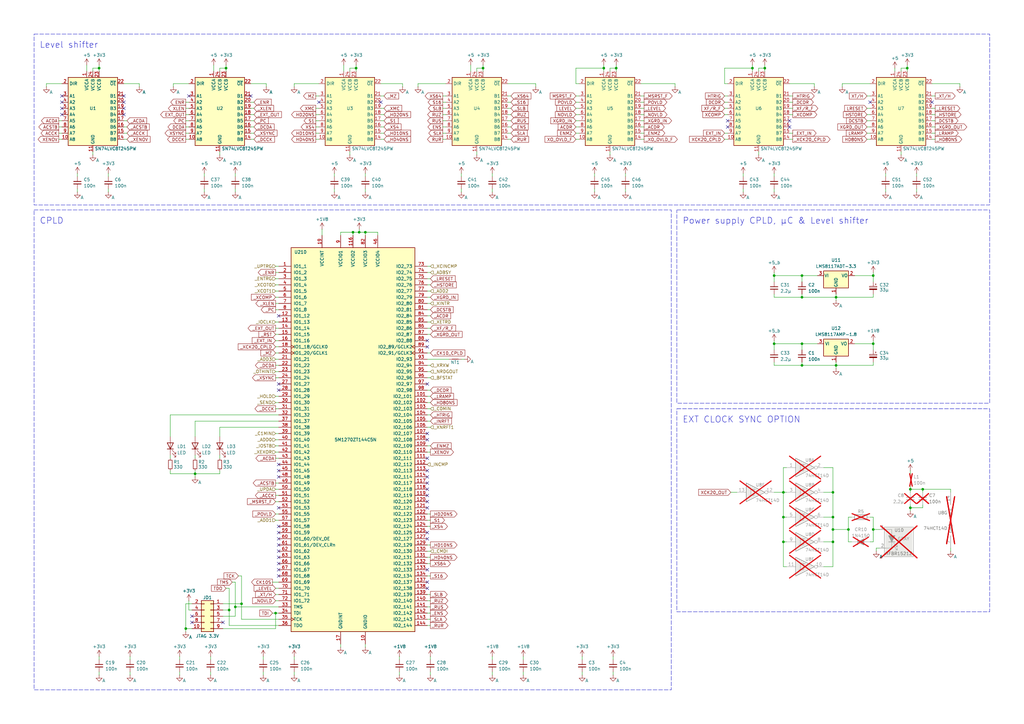
<source format=kicad_sch>
(kicad_sch (version 20250114) (generator "eeschema") (generator_version "9.0")
  (paper "A3")
  (title_block (title "3458A A3 CPLD & LEVEL SHIFT 03458-66533") (date "2025-10-28") (rev "002"))
  (rectangle (start 13.97 13.97) (end 405.892 84.074) (stroke (width 0) (type dash)))
  (rectangle (start 13.97 86.106) (end 275.336 282.956) (stroke (width 0) (type dash)))
  (rectangle (start 277.622 167.64) (end 405.892 250.952) (stroke (width 0) (type dash)))
  (rectangle (start 277.622 86.106) (end 405.892 165.354) (stroke (width 0) (type dash)))
  (text "Level shifter" (at 16.256 18.542 0) (effects (font (size 2.54 2.54)) (justify left)))
  (text "CPLD" (at 16.256 90.678 0) (effects (font (size 2.54 2.54)) (justify left)))
  (text "Power supply CPLD, µC & Level shifter" (at 279.908 90.678 0) (effects (font (size 2.54 2.54)) (justify left)))
  (text "EXT CLOCK SYNC OPTION" (at 279.908 172.212 0) (effects (font (size 2.54 2.54)) (justify left)))
  (junction (at 373.38 200.66))
  (junction (at 378.46 200.66))
  (junction (at 40.64 27.94))
  (junction (at 313.69 27.94))
  (junction (at 342.9 121.92))
  (junction (at 341.63 201.93))
  (junction (at 358.14 140.97))
  (junction (at 328.93 149.86))
  (junction (at 92.71 27.94))
  (junction (at 113.03 251.46))
  (junction (at 342.9 149.86))
  (junction (at 341.63 212.09))
  (junction (at 149.86 95.25))
  (junction (at 358.14 113.03))
  (junction (at 308.61 27.94))
  (junction (at 247.65 27.94))
  (junction (at 147.32 95.25))
  (junction (at 99.06 247.65))
  (junction (at 328.93 121.92))
  (junction (at 317.5 140.97))
  (junction (at 144.78 95.25))
  (junction (at 93.98 250.19))
  (junction (at 96.52 248.92))
  (junction (at 328.93 140.97))
  (junction (at 372.11 27.94))
  (junction (at 373.38 208.28))
  (junction (at 252.73 27.94))
  (junction (at 146.05 27.94))
  (junction (at 321.31 212.09))
  (junction (at 341.63 222.25))
  (junction (at 321.31 222.25))
  (junction (at 76.2 257.81))
  (junction (at 328.93 113.03))
  (junction (at 321.31 201.93))
  (junction (at 198.12 27.94))
  (junction (at 358.14 217.17))
  (junction (at 80.01 194.31))
  (junction (at 347.98 217.17))
  (junction (at 341.63 217.17))
  (junction (at 317.5 113.03))
  (no_connect (at 114.3 218.44))
  (no_connect (at 175.26 203.2))
  (no_connect (at 323.85 49.53))
  (no_connect (at 77.47 39.37))
  (no_connect (at 102.87 39.37))
  (no_connect (at 114.3 157.48))
  (no_connect (at 175.26 139.7))
  (no_connect (at 175.26 233.68))
  (no_connect (at 175.26 238.76))
  (no_connect (at 175.26 198.12))
  (no_connect (at 382.27 41.91))
  (no_connect (at 114.3 231.14))
  (no_connect (at 114.3 215.9))
  (no_connect (at 175.26 195.58))
  (no_connect (at 175.26 180.34))
  (no_connect (at 91.44 255.27))
  (no_connect (at 298.45 52.07))
  (no_connect (at 323.85 52.07))
  (no_connect (at 50.8 39.37))
  (no_connect (at 114.3 193.04))
  (no_connect (at 114.3 160.02))
  (no_connect (at 175.26 157.48))
  (no_connect (at 114.3 190.5))
  (no_connect (at 114.3 129.54))
  (no_connect (at 175.26 142.24))
  (no_connect (at 25.4 46.99))
  (no_connect (at 78.74 252.73))
  (no_connect (at 114.3 236.22))
  (no_connect (at 175.26 220.98))
  (no_connect (at 78.74 255.27))
  (no_connect (at 175.26 218.44))
  (no_connect (at 175.26 177.8))
  (no_connect (at 298.45 49.53))
  (no_connect (at 175.26 187.96))
  (no_connect (at 175.26 208.28))
  (no_connect (at 175.26 205.74))
  (no_connect (at 114.3 228.6))
  (no_connect (at 114.3 233.68))
  (no_connect (at 25.4 41.91))
  (no_connect (at 50.8 46.99))
  (no_connect (at 130.81 41.91))
  (no_connect (at 25.4 44.45))
  (no_connect (at 114.3 195.58))
  (no_connect (at 175.26 193.04))
  (no_connect (at 25.4 39.37))
  (no_connect (at 156.21 41.91))
  (no_connect (at 114.3 223.52))
  (no_connect (at 175.26 200.66))
  (no_connect (at 114.3 220.98))
  (no_connect (at 50.8 44.45))
  (no_connect (at 175.26 241.3))
  (no_connect (at 50.8 41.91))
  (no_connect (at 114.3 208.28))
  (no_connect (at 356.87 41.91))
  (no_connect (at 114.3 226.06))
  (wire (pts (xy 113.03 180.34) (xy 114.3 180.34)))
  (wire (pts (xy 77.47 250.19) (xy 78.74 250.19)))
  (wire (pts (xy 195.58 27.94) (xy 198.12 27.94)))
  (wire (pts (xy 355.6 52.07) (xy 356.87 52.07)))
  (wire (pts (xy 129.54 46.99) (xy 130.81 46.99)))
  (wire (pts (xy 107.95 269.24) (xy 107.95 270.51)))
  (wire (pts (xy 157.48 49.53) (xy 156.21 49.53)))
  (wire (pts (xy 143.51 62.23) (xy 143.51 63.5)))
  (wire (pts (xy 176.53 124.46) (xy 175.26 124.46)))
  (wire (pts (xy 311.15 27.94) (xy 313.69 27.94)))
  (wire (pts (xy 31.75 77.47) (xy 31.75 78.74)))
  (wire (pts (xy 198.12 27.94) (xy 198.12 29.21)))
  (wire (pts (xy 176.53 160.02) (xy 175.26 160.02)))
  (wire (pts (xy 208.28 46.99) (xy 209.55 46.99)))
  (wire (pts (xy 175.26 111.76) (xy 176.53 111.76)))
  (wire (pts (xy 165.1 34.29) (xy 156.21 34.29)))
  (wire (pts (xy 372.11 27.94) (xy 372.11 29.21)))
  (wire (pts (xy 157.48 54.61) (xy 156.21 54.61)))
  (wire (pts (xy 52.07 49.53) (xy 50.8 49.53)))
  (wire (pts (xy 157.48 52.07) (xy 156.21 52.07)))
  (wire (pts (xy 345.44 34.29) (xy 356.87 34.29)))
  (wire (pts (xy 355.6 46.99) (xy 356.87 46.99)))
  (wire (pts (xy 44.45 71.12) (xy 44.45 72.39)))
  (wire (pts (xy 157.48 39.37) (xy 156.21 39.37)))
  (wire (pts (xy 201.93 77.47) (xy 201.93 78.74)))
  (wire (pts (xy 369.57 62.23) (xy 369.57 63.5)))
  (wire (pts (xy 264.16 57.15) (xy 262.89 57.15)))
  (wire (pts (xy 345.44 34.29) (xy 345.44 35.56)))
  (wire (pts (xy 24.13 52.07) (xy 25.4 52.07)))
  (wire (pts (xy 139.7 264.16) (xy 139.7 265.43)))
  (wire (pts (xy 341.63 201.93) (xy 341.63 212.09)))
  (wire (pts (xy 90.17 194.31) (xy 90.17 193.04)))
  (wire (pts (xy 389.89 224.79) (xy 389.89 226.06)))
  (wire (pts (xy 243.84 71.12) (xy 243.84 72.39)))
  (wire (pts (xy 219.71 34.29) (xy 219.71 35.56)))
  (wire (pts (xy 238.76 275.59) (xy 238.76 276.86)))
  (wire (pts (xy 113.03 200.66) (xy 114.3 200.66)))
  (wire (pts (xy 367.03 27.94) (xy 367.03 29.21)))
  (wire (pts (xy 208.28 57.15) (xy 209.55 57.15)))
  (wire (pts (xy 176.53 236.22) (xy 175.26 236.22)))
  (wire (pts (xy 373.38 201.93) (xy 373.38 200.66)))
  (wire (pts (xy 176.53 175.26) (xy 175.26 175.26)))
  (wire (pts (xy 264.16 49.53) (xy 262.89 49.53)))
  (wire (pts (xy 53.34 269.24) (xy 53.34 270.51)))
  (wire (pts (xy 76.2 57.15) (xy 77.47 57.15)))
  (wire (pts (xy 317.5 111.76) (xy 317.5 113.03)))
  (wire (pts (xy 250.19 27.94) (xy 252.73 27.94)))
  (wire (pts (xy 92.71 26.67) (xy 92.71 27.94)))
  (wire (pts (xy 208.28 52.07) (xy 209.55 52.07)))
  (wire (pts (xy 44.45 77.47) (xy 44.45 78.74)))
  (wire (pts (xy 341.63 212.09) (xy 341.63 217.17)))
  (wire (pts (xy 308.61 26.67) (xy 308.61 27.94)))
  (wire (pts (xy 114.3 254) (xy 99.06 254)))
  (wire (pts (xy 355.6 44.45) (xy 356.87 44.45)))
  (wire (pts (xy 317.5 71.12) (xy 317.5 72.39)))
  (wire (pts (xy 146.05 26.67) (xy 146.05 27.94)))
  (wire (pts (xy 73.66 275.59) (xy 73.66 276.86)))
  (wire (pts (xy 313.69 26.67) (xy 313.69 27.94)))
  (wire (pts (xy 76.2 257.81) (xy 76.2 259.08)))
  (wire (pts (xy 149.86 77.47) (xy 149.86 78.74)))
  (wire (pts (xy 373.38 207.01) (xy 373.38 208.28)))
  (wire (pts (xy 176.53 248.92) (xy 175.26 248.92)))
  (wire (pts (xy 120.65 275.59) (xy 120.65 276.86)))
  (wire (pts (xy 334.01 34.29) (xy 334.01 35.56)))
  (wire (pts (xy 264.16 39.37) (xy 262.89 39.37)))
  (wire (pts (xy 87.63 26.67) (xy 87.63 29.21)))
  (wire (pts (xy 317.5 113.03) (xy 328.93 113.03)))
  (wire (pts (xy 181.61 39.37) (xy 182.88 39.37)))
  (wire (pts (xy 358.14 111.76) (xy 358.14 113.03)))
  (wire (pts (xy 181.61 57.15) (xy 182.88 57.15)))
  (wire (pts (xy 341.63 217.17) (xy 341.63 222.25)))
  (wire (pts (xy 317.5 139.7) (xy 317.5 140.97)))
  (wire (pts (xy 113.03 114.3) (xy 114.3 114.3)))
  (wire (pts (xy 113.03 116.84) (xy 114.3 116.84)))
  (wire (pts (xy 328.93 120.65) (xy 328.93 121.92)))
  (wire (pts (xy 176.53 144.78) (xy 175.26 144.78)))
  (wire (pts (xy 76.2 46.99) (xy 77.47 46.99)))
  (wire (pts (xy 113.03 121.92) (xy 114.3 121.92)))
  (wire (pts (xy 389.89 200.66) (xy 389.89 201.93)))
  (wire (pts (xy 382.27 57.15) (xy 383.54 57.15)))
  (wire (pts (xy 113.03 182.88) (xy 114.3 182.88)))
  (wire (pts (xy 40.64 269.24) (xy 40.64 270.51)))
  (wire (pts (xy 104.14 44.45) (xy 102.87 44.45)))
  (wire (pts (xy 328.93 121.92) (xy 342.9 121.92)))
  (wire (pts (xy 317.5 148.59) (xy 317.5 149.86)))
  (wire (pts (xy 321.31 201.93) (xy 321.31 212.09)))
  (wire (pts (xy 317.5 77.47) (xy 317.5 78.74)))
  (wire (pts (xy 375.92 77.47) (xy 375.92 78.74)))
  (wire (pts (xy 341.63 191.77) (xy 341.63 201.93)))
  (wire (pts (xy 165.1 34.29) (xy 165.1 35.56)))
  (wire (pts (xy 251.46 275.59) (xy 251.46 276.86)))
  (wire (pts (xy 317.5 149.86) (xy 328.93 149.86)))
  (wire (pts (xy 129.54 49.53) (xy 130.81 49.53)))
  (wire (pts (xy 24.13 57.15) (xy 25.4 57.15)))
  (wire (pts (xy 358.14 222.25) (xy 356.87 222.25)))
  (wire (pts (xy 236.22 44.45) (xy 237.49 44.45)))
  (wire (pts (xy 360.68 217.17) (xy 358.14 217.17)))
  (wire (pts (xy 358.14 143.51) (xy 358.14 140.97)))
  (wire (pts (xy 76.2 44.45) (xy 77.47 44.45)))
  (wire (pts (xy 373.38 193.04) (xy 373.38 194.31)))
  (wire (pts (xy 90.17 175.26) (xy 90.17 179.07)))
  (wire (pts (xy 363.22 71.12) (xy 363.22 72.39)))
  (wire (pts (xy 86.36 275.59) (xy 86.36 276.86)))
  (wire (pts (xy 120.65 34.29) (xy 120.65 35.56)))
  (wire (pts (xy 132.08 93.98) (xy 132.08 96.52)))
  (wire (pts (xy 358.14 113.03) (xy 350.52 113.03)))
  (wire (pts (xy 264.16 41.91) (xy 262.89 41.91)))
  (wire (pts (xy 143.51 29.21) (xy 143.51 27.94)))
  (wire (pts (xy 323.85 54.61) (xy 325.12 54.61)))
  (wire (pts (xy 176.53 226.06) (xy 175.26 226.06)))
  (wire (pts (xy 176.53 182.88) (xy 175.26 182.88)))
  (wire (pts (xy 317.5 120.65) (xy 317.5 121.92)))
  (wire (pts (xy 176.53 223.52) (xy 175.26 223.52)))
  (wire (pts (xy 113.03 203.2) (xy 114.3 203.2)))
  (wire (pts (xy 147.32 95.25) (xy 149.86 95.25)))
  (wire (pts (xy 195.58 62.23) (xy 195.58 63.5)))
  (wire (pts (xy 297.18 54.61) (xy 298.45 54.61)))
  (wire (pts (xy 19.05 34.29) (xy 19.05 35.56)))
  (wire (pts (xy 236.22 49.53) (xy 237.49 49.53)))
  (wire (pts (xy 208.28 54.61) (xy 209.55 54.61)))
  (wire (pts (xy 69.85 193.04) (xy 69.85 194.31)))
  (wire (pts (xy 176.53 165.1) (xy 175.26 165.1)))
  (wire (pts (xy 176.53 132.08) (xy 175.26 132.08)))
  (wire (pts (xy 299.72 201.93) (xy 302.26 201.93)))
  (wire (pts (xy 71.12 34.29) (xy 71.12 35.56)))
  (wire (pts (xy 77.47 246.38) (xy 77.47 250.19)))
  (wire (pts (xy 264.16 52.07) (xy 262.89 52.07)))
  (wire (pts (xy 342.9 149.86) (xy 342.9 151.13)))
  (wire (pts (xy 113.03 177.8) (xy 114.3 177.8)))
  (wire (pts (xy 69.85 194.31) (xy 80.01 194.31)))
  (wire (pts (xy 176.53 210.82) (xy 175.26 210.82)))
  (wire (pts (xy 113.03 111.76) (xy 114.3 111.76)))
  (wire (pts (xy 304.8 71.12) (xy 304.8 72.39)))
  (wire (pts (xy 129.54 54.61) (xy 130.81 54.61)))
  (wire (pts (xy 358.14 212.09) (xy 358.14 217.17)))
  (wire (pts (xy 328.93 140.97) (xy 335.28 140.97)))
  (wire (pts (xy 91.44 252.73) (xy 96.52 252.73)))
  (wire (pts (xy 317.5 140.97) (xy 328.93 140.97)))
  (wire (pts (xy 176.53 109.22) (xy 175.26 109.22)))
  (wire (pts (xy 176.53 215.9) (xy 175.26 215.9)))
  (wire (pts (xy 341.63 232.41) (xy 337.82 232.41)))
  (wire (pts (xy 317.5 115.57) (xy 317.5 113.03)))
  (wire (pts (xy 247.65 27.94) (xy 236.22 27.94)))
  (wire (pts (xy 146.05 27.94) (xy 146.05 29.21)))
  (wire (pts (xy 149.86 264.16) (xy 149.86 265.43)))
  (wire (pts (xy 176.53 254) (xy 175.26 254)))
  (wire (pts (xy 113.03 162.56) (xy 114.3 162.56)))
  (wire (pts (xy 322.58 222.25) (xy 321.31 222.25)))
  (wire (pts (xy 147.32 93.98) (xy 147.32 95.25)))
  (wire (pts (xy 113.03 205.74) (xy 114.3 205.74)))
  (wire (pts (xy 181.61 46.99) (xy 182.88 46.99)))
  (wire (pts (xy 176.53 269.24) (xy 176.53 270.51)))
  (wire (pts (xy 114.3 256.54) (xy 93.98 256.54)))
  (wire (pts (xy 176.53 170.18) (xy 175.26 170.18)))
  (wire (pts (xy 184.15 147.32) (xy 175.26 147.32)))
  (wire (pts (xy 201.93 71.12) (xy 201.93 72.39)))
  (wire (pts (xy 176.53 167.64) (xy 175.26 167.64)))
  (wire (pts (xy 250.19 29.21) (xy 250.19 27.94)))
  (wire (pts (xy 358.14 149.86) (xy 342.9 149.86)))
  (wire (pts (xy 181.61 52.07) (xy 182.88 52.07)))
  (wire (pts (xy 297.18 39.37) (xy 298.45 39.37)))
  (wire (pts (xy 92.71 27.94) (xy 92.71 29.21)))
  (wire (pts (xy 113.03 198.12) (xy 114.3 198.12)))
  (wire (pts (xy 143.51 27.94) (xy 146.05 27.94)))
  (wire (pts (xy 378.46 207.01) (xy 378.46 208.28)))
  (wire (pts (xy 157.48 57.15) (xy 156.21 57.15)))
  (wire (pts (xy 341.63 222.25) (xy 341.63 232.41)))
  (wire (pts (xy 157.48 46.99) (xy 156.21 46.99)))
  (wire (pts (xy 40.64 275.59) (xy 40.64 276.86)))
  (wire (pts (xy 113.03 137.16) (xy 114.3 137.16)))
  (wire (pts (xy 337.82 222.25) (xy 341.63 222.25)))
  (wire (pts (xy 308.61 29.21) (xy 308.61 27.94)))
  (wire (pts (xy 252.73 27.94) (xy 252.73 29.21)))
  (wire (pts (xy 256.54 77.47) (xy 256.54 78.74)))
  (wire (pts (xy 382.27 54.61) (xy 383.54 54.61)))
  (wire (pts (xy 120.65 269.24) (xy 120.65 270.51)))
  (wire (pts (xy 236.22 46.99) (xy 237.49 46.99)))
  (wire (pts (xy 375.92 71.12) (xy 375.92 72.39)))
  (wire (pts (xy 313.69 27.94) (xy 313.69 29.21)))
  (wire (pts (xy 113.03 251.46) (xy 114.3 251.46)))
  (wire (pts (xy 99.06 236.22) (xy 99.06 247.65)))
  (wire (pts (xy 337.82 201.93) (xy 341.63 201.93)))
  (wire (pts (xy 113.03 154.94) (xy 114.3 154.94)))
  (wire (pts (xy 113.03 210.82) (xy 114.3 210.82)))
  (wire (pts (xy 149.86 95.25) (xy 149.86 96.52)))
  (wire (pts (xy 96.52 248.92) (xy 96.52 238.76)))
  (wire (pts (xy 114.3 175.26) (xy 90.17 175.26)))
  (wire (pts (xy 198.12 26.67) (xy 198.12 27.94)))
  (wire (pts (xy 201.93 269.24) (xy 201.93 270.51)))
  (wire (pts (xy 323.85 41.91) (xy 325.12 41.91)))
  (wire (pts (xy 355.6 57.15) (xy 356.87 57.15)))
  (wire (pts (xy 73.66 269.24) (xy 73.66 270.51)))
  (wire (pts (xy 113.03 142.24) (xy 114.3 142.24)))
  (wire (pts (xy 113.03 134.62) (xy 114.3 134.62)))
  (wire (pts (xy 317.5 143.51) (xy 317.5 140.97)))
  (wire (pts (xy 76.2 49.53) (xy 77.47 49.53)))
  (wire (pts (xy 359.41 224.79) (xy 360.68 224.79)))
  (wire (pts (xy 355.6 49.53) (xy 356.87 49.53)))
  (wire (pts (xy 96.52 252.73) (xy 96.52 248.92)))
  (wire (pts (xy 342.9 148.59) (xy 342.9 149.86)))
  (wire (pts (xy 129.54 57.15) (xy 130.81 57.15)))
  (wire (pts (xy 342.9 120.65) (xy 342.9 121.92)))
  (wire (pts (xy 80.01 193.04) (xy 80.01 194.31)))
  (wire (pts (xy 69.85 170.18) (xy 69.85 179.07)))
  (wire (pts (xy 104.14 52.07) (xy 102.87 52.07)))
  (wire (pts (xy 113.03 187.96) (xy 114.3 187.96)))
  (wire (pts (xy 113.03 241.3) (xy 114.3 241.3)))
  (wire (pts (xy 297.18 41.91) (xy 298.45 41.91)))
  (wire (pts (xy 236.22 41.91) (xy 237.49 41.91)))
  (wire (pts (xy 57.15 34.29) (xy 50.8 34.29)))
  (wire (pts (xy 264.16 46.99) (xy 262.89 46.99)))
  (wire (pts (xy 276.86 34.29) (xy 262.89 34.29)))
  (wire (pts (xy 321.31 222.25) (xy 321.31 232.41)))
  (wire (pts (xy 317.5 121.92) (xy 328.93 121.92)))
  (wire (pts (xy 176.53 149.86) (xy 175.26 149.86)))
  (wire (pts (xy 80.01 194.31) (xy 90.17 194.31)))
  (wire (pts (xy 69.85 186.69) (xy 69.85 187.96)))
  (wire (pts (xy 181.61 54.61) (xy 182.88 54.61)))
  (wire (pts (xy 176.53 275.59) (xy 176.53 276.86)))
  (wire (pts (xy 95.25 238.76) (xy 96.52 238.76)))
  (wire (pts (xy 104.14 57.15) (xy 102.87 57.15)))
  (wire (pts (xy 93.98 250.19) (xy 93.98 241.3)))
  (wire (pts (xy 113.03 124.46) (xy 114.3 124.46)))
  (wire (pts (xy 358.14 140.97) (xy 350.52 140.97)))
  (wire (pts (xy 256.54 71.12) (xy 256.54 72.39)))
  (wire (pts (xy 176.53 162.56) (xy 175.26 162.56)))
  (wire (pts (xy 321.31 191.77) (xy 321.31 201.93)))
  (wire (pts (xy 214.63 275.59) (xy 214.63 276.86)))
  (wire (pts (xy 383.54 52.07) (xy 382.27 52.07)))
  (wire (pts (xy 175.26 243.84) (xy 176.53 243.84)))
  (wire (pts (xy 359.41 224.79) (xy 359.41 226.06)))
  (wire (pts (xy 372.11 26.67) (xy 372.11 27.94)))
  (wire (pts (xy 322.58 191.77) (xy 321.31 191.77)))
  (wire (pts (xy 137.16 77.47) (xy 137.16 78.74)))
  (wire (pts (xy 144.78 95.25) (xy 144.78 96.52)))
  (wire (pts (xy 52.07 54.61) (xy 50.8 54.61)))
  (wire (pts (xy 113.03 109.22) (xy 114.3 109.22)))
  (wire (pts (xy 176.53 129.54) (xy 175.26 129.54)))
  (wire (pts (xy 149.86 71.12) (xy 149.86 72.39)))
  (wire (pts (xy 262.89 44.45) (xy 264.16 44.45)))
  (wire (pts (xy 76.2 54.61) (xy 77.47 54.61)))
  (wire (pts (xy 342.9 121.92) (xy 342.9 123.19)))
  (wire (pts (xy 369.57 29.21) (xy 369.57 27.94)))
  (wire (pts (xy 80.01 172.72) (xy 80.01 179.07)))
  (wire (pts (xy 80.01 186.69) (xy 80.01 187.96)))
  (wire (pts (xy 53.34 275.59) (xy 53.34 276.86)))
  (wire (pts (xy 193.04 26.67) (xy 193.04 29.21)))
  (wire (pts (xy 181.61 44.45) (xy 182.88 44.45)))
  (wire (pts (xy 76.2 247.65) (xy 76.2 257.81)))
  (wire (pts (xy 208.28 49.53) (xy 209.55 49.53)))
  (wire (pts (xy 96.52 71.12) (xy 96.52 72.39)))
  (wire (pts (xy 24.13 49.53) (xy 25.4 49.53)))
  (wire (pts (xy 363.22 77.47) (xy 363.22 78.74)))
  (wire (pts (xy 358.14 217.17) (xy 358.14 222.25)))
  (wire (pts (xy 328.93 148.59) (xy 328.93 149.86)))
  (wire (pts (xy 163.83 275.59) (xy 163.83 276.86)))
  (wire (pts (xy 109.22 34.29) (xy 102.87 34.29)))
  (wire (pts (xy 157.48 44.45) (xy 156.21 44.45)))
  (wire (pts (xy 195.58 29.21) (xy 195.58 27.94)))
  (wire (pts (xy 347.98 222.25) (xy 349.25 222.25)))
  (wire (pts (xy 214.63 269.24) (xy 214.63 270.51)))
  (wire (pts (xy 322.58 201.93) (xy 321.31 201.93)))
  (wire (pts (xy 181.61 49.53) (xy 182.88 49.53)))
  (wire (pts (xy 175.26 246.38) (xy 176.53 246.38)))
  (wire (pts (xy 250.19 62.23) (xy 250.19 63.5)))
  (wire (pts (xy 247.65 29.21) (xy 247.65 27.94)))
  (wire (pts (xy 317.5 201.93) (xy 321.31 201.93)))
  (wire (pts (xy 334.01 34.29) (xy 323.85 34.29)))
  (wire (pts (xy 297.18 46.99) (xy 298.45 46.99)))
  (wire (pts (xy 78.74 247.65) (xy 76.2 247.65)))
  (wire (pts (xy 90.17 186.69) (xy 90.17 187.96)))
  (wire (pts (xy 176.53 116.84) (xy 175.26 116.84)))
  (wire (pts (xy 113.03 119.38) (xy 114.3 119.38)))
  (wire (pts (xy 111.76 238.76) (xy 114.3 238.76)))
  (wire (pts (xy 236.22 27.94) (xy 236.22 34.29)))
  (wire (pts (xy 236.22 34.29) (xy 237.49 34.29)))
  (wire (pts (xy 236.22 52.07) (xy 237.49 52.07)))
  (wire (pts (xy 147.32 95.25) (xy 144.78 95.25)))
  (wire (pts (xy 176.53 127) (xy 175.26 127)))
  (wire (pts (xy 114.3 170.18) (xy 69.85 170.18)))
  (wire (pts (xy 356.87 212.09) (xy 358.14 212.09)))
  (wire (pts (xy 373.38 208.28) (xy 378.46 208.28)))
  (wire (pts (xy 111.76 251.46) (xy 113.03 251.46)))
  (wire (pts (xy 144.78 95.25) (xy 139.7 95.25)))
  (wire (pts (xy 52.07 57.15) (xy 50.8 57.15)))
  (wire (pts (xy 97.79 236.22) (xy 99.06 236.22)))
  (wire (pts (xy 373.38 200.66) (xy 378.46 200.66)))
  (wire (pts (xy 71.12 34.29) (xy 77.47 34.29)))
  (wire (pts (xy 383.54 39.37) (xy 382.27 39.37)))
  (wire (pts (xy 176.53 154.94) (xy 175.26 154.94)))
  (wire (pts (xy 378.46 200.66) (xy 378.46 201.93)))
  (wire (pts (xy 337.82 191.77) (xy 341.63 191.77)))
  (wire (pts (xy 393.7 34.29) (xy 393.7 35.56)))
  (wire (pts (xy 129.54 52.07) (xy 130.81 52.07)))
  (wire (pts (xy 40.64 26.67) (xy 40.64 27.94)))
  (wire (pts (xy 328.93 140.97) (xy 328.93 143.51)))
  (wire (pts (xy 93.98 256.54) (xy 93.98 250.19)))
  (wire (pts (xy 113.03 147.32) (xy 114.3 147.32)))
  (wire (pts (xy 38.1 62.23) (xy 38.1 63.5)))
  (wire (pts (xy 38.1 29.21) (xy 38.1 27.94)))
  (wire (pts (xy 80.01 194.31) (xy 80.01 195.58)))
  (wire (pts (xy 347.98 217.17) (xy 341.63 217.17)))
  (wire (pts (xy 176.53 213.36) (xy 175.26 213.36)))
  (wire (pts (xy 337.82 212.09) (xy 341.63 212.09)))
  (wire (pts (xy 236.22 54.61) (xy 237.49 54.61)))
  (wire (pts (xy 311.15 29.21) (xy 311.15 27.94)))
  (wire (pts (xy 40.64 27.94) (xy 40.64 29.21)))
  (wire (pts (xy 298.45 44.45) (xy 297.18 44.45)))
  (wire (pts (xy 52.07 52.07) (xy 50.8 52.07)))
  (wire (pts (xy 358.14 148.59) (xy 358.14 149.86)))
  (wire (pts (xy 251.46 269.24) (xy 251.46 270.51)))
  (wire (pts (xy 219.71 34.29) (xy 208.28 34.29)))
  (wire (pts (xy 154.94 96.52) (xy 154.94 95.25)))
  (wire (pts (xy 209.55 44.45) (xy 208.28 44.45)))
  (wire (pts (xy 358.14 139.7) (xy 358.14 140.97)))
  (wire (pts (xy 176.53 121.92) (xy 175.26 121.92)))
  (wire (pts (xy 262.89 54.61) (xy 264.16 54.61)))
  (wire (pts (xy 208.28 39.37) (xy 209.55 39.37)))
  (wire (pts (xy 176.53 114.3) (xy 175.26 114.3)))
  (wire (pts (xy 176.53 172.72) (xy 175.26 172.72)))
  (wire (pts (xy 91.44 247.65) (xy 99.06 247.65)))
  (wire (pts (xy 24.13 54.61) (xy 25.4 54.61)))
  (wire (pts (xy 140.97 26.67) (xy 140.97 29.21)))
  (wire (pts (xy 323.85 39.37) (xy 325.12 39.37)))
  (wire (pts (xy 171.45 34.29) (xy 182.88 34.29)))
  (wire (pts (xy 171.45 34.29) (xy 171.45 35.56)))
  (wire (pts (xy 181.61 41.91) (xy 182.88 41.91)))
  (wire (pts (xy 91.44 257.81) (xy 113.03 257.81)))
  (wire (pts (xy 113.03 165.1) (xy 114.3 165.1)))
  (wire (pts (xy 383.54 46.99) (xy 382.27 46.99)))
  (wire (pts (xy 175.26 134.62) (xy 176.53 134.62)))
  (wire (pts (xy 276.86 34.29) (xy 276.86 35.56)))
  (wire (pts (xy 109.22 34.29) (xy 109.22 35.56)))
  (wire (pts (xy 19.05 34.29) (xy 25.4 34.29)))
  (wire (pts (xy 113.03 139.7) (xy 114.3 139.7)))
  (wire (pts (xy 252.73 26.67) (xy 252.73 27.94)))
  (wire (pts (xy 236.22 57.15) (xy 237.49 57.15)))
  (wire (pts (xy 113.03 127) (xy 114.3 127)))
  (wire (pts (xy 38.1 27.94) (xy 40.64 27.94)))
  (wire (pts (xy 104.14 49.53) (xy 102.87 49.53)))
  (wire (pts (xy 92.71 241.3) (xy 93.98 241.3)))
  (wire (pts (xy 120.65 34.29) (xy 130.81 34.29)))
  (wire (pts (xy 201.93 275.59) (xy 201.93 276.86)))
  (wire (pts (xy 149.86 95.25) (xy 154.94 95.25)))
  (wire (pts (xy 323.85 57.15) (xy 325.12 57.15)))
  (wire (pts (xy 176.53 137.16) (xy 175.26 137.16)))
  (wire (pts (xy 304.8 77.47) (xy 304.8 78.74)))
  (wire (pts (xy 297.18 57.15) (xy 298.45 57.15)))
  (wire (pts (xy 104.14 41.91) (xy 102.87 41.91)))
  (wire (pts (xy 35.56 26.67) (xy 35.56 29.21)))
  (wire (pts (xy 382.27 49.53) (xy 383.54 49.53)))
  (wire (pts (xy 90.17 27.94) (xy 92.71 27.94)))
  (wire (pts (xy 113.03 213.36) (xy 114.3 213.36)))
  (wire (pts (xy 113.03 152.4) (xy 114.3 152.4)))
  (wire (pts (xy 113.03 251.46) (xy 113.03 257.81)))
  (wire (pts (xy 208.28 41.91) (xy 209.55 41.91)))
  (wire (pts (xy 176.53 231.14) (xy 175.26 231.14)))
  (wire (pts (xy 322.58 212.09) (xy 321.31 212.09)))
  (wire (pts (xy 83.82 77.47) (xy 83.82 78.74)))
  (wire (pts (xy 176.53 228.6) (xy 175.26 228.6)))
  (wire (pts (xy 99.06 254) (xy 99.06 247.65)))
  (wire (pts (xy 238.76 269.24) (xy 238.76 270.51)))
  (wire (pts (xy 114.3 172.72) (xy 80.01 172.72)))
  (wire (pts (xy 91.44 250.19) (xy 93.98 250.19)))
  (wire (pts (xy 176.53 256.54) (xy 175.26 256.54)))
  (wire (pts (xy 176.53 119.38) (xy 175.26 119.38)))
  (wire (pts (xy 176.53 251.46) (xy 175.26 251.46)))
  (wire (pts (xy 90.17 62.23) (xy 90.17 63.5)))
  (wire (pts (xy 113.03 144.78) (xy 114.3 144.78)))
  (wire (pts (xy 113.03 132.08) (xy 114.3 132.08)))
  (wire (pts (xy 78.74 257.81) (xy 76.2 257.81)))
  (wire (pts (xy 369.57 27.94) (xy 372.11 27.94)))
  (wire (pts (xy 308.61 27.94) (xy 297.18 27.94)))
  (wire (pts (xy 373.38 200.66) (xy 373.38 199.39)))
  (wire (pts (xy 328.93 115.57) (xy 328.93 113.03)))
  (wire (pts (xy 383.54 44.45) (xy 382.27 44.45)))
  (wire (pts (xy 355.6 54.61) (xy 356.87 54.61)))
  (wire (pts (xy 76.2 41.91) (xy 77.47 41.91)))
  (wire (pts (xy 236.22 39.37) (xy 237.49 39.37)))
  (wire (pts (xy 358.14 115.57) (xy 358.14 113.03)))
  (wire (pts (xy 190.5 147.32) (xy 189.23 147.32)))
  (wire (pts (xy 130.81 39.37) (xy 129.54 39.37)))
  (wire (pts (xy 355.6 39.37) (xy 356.87 39.37)))
  (wire (pts (xy 175.26 185.42) (xy 176.53 185.42)))
  (wire (pts (xy 31.75 71.12) (xy 31.75 72.39)))
  (wire (pts (xy 113.03 185.42) (xy 114.3 185.42)))
  (wire (pts (xy 113.03 167.64) (xy 114.3 167.64)))
  (wire (pts (xy 243.84 77.47) (xy 243.84 78.74)))
  (wire (pts (xy 297.18 34.29) (xy 298.45 34.29)))
  (wire (pts (xy 113.03 243.84) (xy 114.3 243.84)))
  (wire (pts (xy 358.14 120.65) (xy 358.14 121.92)))
  (wire (pts (xy 139.7 95.25) (xy 139.7 96.52)))
  (wire (pts (xy 323.85 46.99) (xy 325.12 46.99)))
  (wire (pts (xy 107.95 275.59) (xy 107.95 276.86)))
  (wire (pts (xy 347.98 217.17) (xy 347.98 222.25)))
  (wire (pts (xy 328.93 113.03) (xy 335.28 113.03)))
  (wire (pts (xy 373.38 209.55) (xy 373.38 208.28)))
  (wire (pts (xy 311.15 62.23) (xy 311.15 63.5)))
  (wire (pts (xy 189.23 71.12) (xy 189.23 72.39)))
  (wire (pts (xy 393.7 34.29) (xy 382.27 34.29)))
  (wire (pts (xy 349.25 212.09) (xy 347.98 212.09)))
  (wire (pts (xy 83.82 71.12) (xy 83.82 72.39)))
  (wire (pts (xy 176.53 152.4) (xy 175.26 152.4)))
  (wire (pts (xy 114.3 248.92) (xy 96.52 248.92)))
  (wire (pts (xy 347.98 212.09) (xy 347.98 217.17)))
  (wire (pts (xy 328.93 149.86) (xy 342.9 149.86)))
  (wire (pts (xy 297.18 27.94) (xy 297.18 34.29)))
  (wire (pts (xy 321.31 212.09) (xy 321.31 222.25)))
  (wire (pts (xy 129.54 44.45) (xy 130.81 44.45)))
  (wire (pts (xy 247.65 26.67) (xy 247.65 27.94)))
  (wire (pts (xy 57.15 34.29) (xy 57.15 35.56)))
  (wire (pts (xy 104.14 54.61) (xy 102.87 54.61)))
  (wire (pts (xy 189.23 77.47) (xy 189.23 78.74)))
  (wire (pts (xy 113.03 246.38) (xy 114.3 246.38)))
  (wire (pts (xy 358.14 121.92) (xy 342.9 121.92)))
  (wire (pts (xy 104.14 46.99) (xy 102.87 46.99)))
  (wire (pts (xy 378.46 200.66) (xy 389.89 200.66)))
  (wire (pts (xy 113.03 149.86) (xy 114.3 149.86)))
  (wire (pts (xy 321.31 232.41) (xy 322.58 232.41)))
  (wire (pts (xy 137.16 71.12) (xy 137.16 72.39)))
  (wire (pts (xy 163.83 269.24) (xy 163.83 270.51)))
  (wire (pts (xy 76.2 52.07) (xy 77.47 52.07)))
  (wire (pts (xy 90.17 29.21) (xy 90.17 27.94)))
  (wire (pts (xy 86.36 269.24) (xy 86.36 270.51)))
  (wire (pts (xy 323.85 44.45) (xy 325.12 44.45)))
  (wire (pts (xy 96.52 77.47) (xy 96.52 78.74)))
  (global_label "SLA" (shape output) (at 181.61 54.61 180) (property "Intersheetrefs" "${INTERSHEET_REFS}" (effects (hide yes))))
  (global_label "_SLA" (shape input) (at 209.55 54.61 0) (property "Intersheetrefs" "${INTERSHEET_REFS}" (effects (hide yes))))
  (global_label "_HD80NS" (shape input) (at 176.53 165.1 0) (property "Intersheetrefs" "${INTERSHEET_REFS}" (effects (hide yes))))
  (global_label "XCOMP" (shape input) (at 297.18 46.99 180) (property "Intersheetrefs" "${INTERSHEET_REFS}" (effects (hide yes))))
  (global_label "XS4" (shape output) (at 129.54 52.07 180) (property "Intersheetrefs" "${INTERSHEET_REFS}" (effects (hide yes))))
  (global_label "_XSYNC" (shape input) (at 104.14 54.61 0) (property "Intersheetrefs" "${INTERSHEET_REFS}" (effects (hide yes))))
  (global_label "_SLB" (shape output) (at 176.53 243.84 0) (property "Intersheetrefs" "${INTERSHEET_REFS}" (effects (hide yes))))
  (global_label "_DCCK" (shape output) (at 113.03 167.64 180) (property "Intersheetrefs" "${INTERSHEET_REFS}" (effects (hide yes))))
  (global_label "LEVEL" (shape input) (at 236.22 44.45 180) (property "Intersheetrefs" "${INTERSHEET_REFS}" (effects (hide yes))))
  (global_label "ACCK" (shape output) (at 24.13 54.61 180) (property "Intersheetrefs" "${INTERSHEET_REFS}" (effects (hide yes))))
  (global_label "_SLB" (shape input) (at 209.55 44.45 0) (property "Intersheetrefs" "${INTERSHEET_REFS}" (effects (hide yes))))
  (global_label "_LRESET" (shape input) (at 176.53 114.3 0) (property "Intersheetrefs" "${INTERSHEET_REFS}" (effects (hide yes))))
  (global_label "XO_OVLD_F" (shape input) (at 236.22 57.15 180) (property "Intersheetrefs" "${INTERSHEET_REFS}" (effects (hide yes))))
  (global_label "_XGRD_IN" (shape input) (at 176.53 121.92 0) (property "Intersheetrefs" "${INTERSHEET_REFS}" (effects (hide yes))))
  (global_label "_XENOV" (shape input) (at 52.07 57.15 0) (property "Intersheetrefs" "${INTERSHEET_REFS}" (effects (hide yes))))
  (global_label "_DCCK" (shape input) (at 104.14 57.15 0) (property "Intersheetrefs" "${INTERSHEET_REFS}" (effects (hide yes))))
  (global_label "_NOVLD" (shape output) (at 264.16 46.99 0) (property "Intersheetrefs" "${INTERSHEET_REFS}" (effects (hide yes))))
  (global_label "TDI" (shape input) (at 111.76 251.46 180) (property "Intersheetrefs" "${INTERSHEET_REFS}" (effects (hide yes))))
  (global_label "_HSTORE" (shape input) (at 176.53 116.84 0) (property "Intersheetrefs" "${INTERSHEET_REFS}" (effects (hide yes))))
  (global_label "ENS" (shape output) (at 181.61 52.07 180) (property "Intersheetrefs" "${INTERSHEET_REFS}" (effects (hide yes))))
  (global_label "_EXT_IN" (shape output) (at 325.12 54.61 0) (property "Intersheetrefs" "${INTERSHEET_REFS}" (effects (hide yes))))
  (global_label "HTRIG" (shape input) (at 297.18 39.37 180) (property "Intersheetrefs" "${INTERSHEET_REFS}" (effects (hide yes))))
  (global_label "_DCDR" (shape input) (at 176.53 160.02 0) (property "Intersheetrefs" "${INTERSHEET_REFS}" (effects (hide yes))))
  (global_label "XLEN" (shape output) (at 76.2 44.45 180) (property "Intersheetrefs" "${INTERSHEET_REFS}" (effects (hide yes))))
  (global_label "_XGRD_OUT" (shape output) (at 383.54 52.07 0) (property "Intersheetrefs" "${INTERSHEET_REFS}" (effects (hide yes))))
  (global_label "LRAMP" (shape input) (at 355.6 54.61 180) (property "Intersheetrefs" "${INTERSHEET_REFS}" (effects (hide yes))))
  (global_label "_EXT_IN" (shape input) (at 113.03 139.7 180) (property "Intersheetrefs" "${INTERSHEET_REFS}" (effects (hide yes))))
  (global_label "_ACSTB" (shape input) (at 52.07 52.07 0) (property "Intersheetrefs" "${INTERSHEET_REFS}" (effects (hide yes))))
  (global_label "_LRAMP" (shape output) (at 383.54 54.61 0) (property "Intersheetrefs" "${INTERSHEET_REFS}" (effects (hide yes))))
  (global_label "_XS64" (shape input) (at 209.55 39.37 0) (property "Intersheetrefs" "${INTERSHEET_REFS}" (effects (hide yes))))
  (global_label "S1" (shape output) (at 129.54 49.53 180) (property "Intersheetrefs" "${INTERSHEET_REFS}" (effects (hide yes))))
  (global_label "_XLEN" (shape output) (at 113.03 124.46 180) (property "Intersheetrefs" "${INTERSHEET_REFS}" (effects (hide yes))))
  (global_label "_XCOMP" (shape output) (at 325.12 46.99 0) (property "Intersheetrefs" "${INTERSHEET_REFS}" (effects (hide yes))))
  (global_label "HD20NS" (shape output) (at 129.54 46.99 180) (property "Intersheetrefs" "${INTERSHEET_REFS}" (effects (hide yes))))
  (global_label "XGRD_OUT" (shape input) (at 355.6 52.07 180) (property "Intersheetrefs" "${INTERSHEET_REFS}" (effects (hide yes))))
  (global_label "_HD20NS" (shape input) (at 157.48 46.99 0) (property "Intersheetrefs" "${INTERSHEET_REFS}" (effects (hide yes))))
  (global_label "PC" (shape output) (at 76.2 49.53 180) (property "Intersheetrefs" "${INTERSHEET_REFS}" (effects (hide yes))))
  (global_label "_ACDA" (shape output) (at 113.03 187.96 180) (property "Intersheetrefs" "${INTERSHEET_REFS}" (effects (hide yes))))
  (global_label "_HD40NS" (shape output) (at 176.53 228.6 0) (property "Intersheetrefs" "${INTERSHEET_REFS}" (effects (hide yes))))
  (global_label "DCSTB" (shape input) (at 355.6 49.53 180) (property "Intersheetrefs" "${INTERSHEET_REFS}" (effects (hide yes))))
  (global_label "_ENS" (shape output) (at 176.53 251.46 0) (property "Intersheetrefs" "${INTERSHEET_REFS}" (effects (hide yes))))
  (global_label "_LRAMP" (shape input) (at 176.53 162.56 0) (property "Intersheetrefs" "${INTERSHEET_REFS}" (effects (hide yes))))
  (global_label "_RST" (shape input) (at 113.03 137.16 180) (property "Intersheetrefs" "${INTERSHEET_REFS}" (effects (hide yes))))
  (global_label "TMS" (shape input) (at 95.25 238.76 180) (property "Intersheetrefs" "${INTERSHEET_REFS}" (effects (hide yes))))
  (global_label "ENMZ" (shape input) (at 236.22 54.61 180) (property "Intersheetrefs" "${INTERSHEET_REFS}" (effects (hide yes))))
  (global_label "_XS4" (shape output) (at 176.53 215.9 0) (property "Intersheetrefs" "${INTERSHEET_REFS}" (effects (hide yes))))
  (global_label "_LEVEL" (shape input) (at 113.03 241.3 180) (property "Intersheetrefs" "${INTERSHEET_REFS}" (effects (hide yes))))
  (global_label "_XGRD_OUT" (shape input) (at 176.53 137.16 0) (property "Intersheetrefs" "${INTERSHEET_REFS}" (effects (hide yes))))
  (global_label "HD80NS" (shape input) (at 355.6 57.15 180) (property "Intersheetrefs" "${INTERSHEET_REFS}" (effects (hide yes))))
  (global_label "_XT{slash}H" (shape output) (at 383.54 39.37 0) (property "Intersheetrefs" "${INTERSHEET_REFS}" (effects (hide yes))))
  (global_label "_RUZ" (shape input) (at 209.55 46.99 0) (property "Intersheetrefs" "${INTERSHEET_REFS}" (effects (hide yes))))
  (global_label "_EXT_OUT" (shape input) (at 104.14 46.99 0) (property "Intersheetrefs" "${INTERSHEET_REFS}" (effects (hide yes))))
  (global_label "_RUS" (shape output) (at 176.53 248.92 0) (property "Intersheetrefs" "${INTERSHEET_REFS}" (effects (hide yes))))
  (global_label "_XS4" (shape input) (at 157.48 52.07 0) (property "Intersheetrefs" "${INTERSHEET_REFS}" (effects (hide yes))))
  (global_label "_LEVEL" (shape output) (at 264.16 44.45 0) (property "Intersheetrefs" "${INTERSHEET_REFS}" (effects (hide yes))))
  (global_label "MSRST_F" (shape input) (at 236.22 39.37 180) (property "Intersheetrefs" "${INTERSHEET_REFS}" (effects (hide yes))))
  (global_label "RUZ" (shape output) (at 181.61 46.99 180) (property "Intersheetrefs" "${INTERSHEET_REFS}" (effects (hide yes))))
  (global_label "_HTRIG" (shape output) (at 325.12 39.37 0) (property "Intersheetrefs" "${INTERSHEET_REFS}" (effects (hide yes))))
  (global_label "EXT_OUT" (shape output) (at 76.2 46.99 180) (property "Intersheetrefs" "${INTERSHEET_REFS}" (effects (hide yes))))
  (global_label "_RUS" (shape input) (at 209.55 49.53 0) (property "Intersheetrefs" "${INTERSHEET_REFS}" (effects (hide yes))))
  (global_label "S16" (shape output) (at 181.61 41.91 180) (property "Intersheetrefs" "${INTERSHEET_REFS}" (effects (hide yes))))
  (global_label "_CK10_CPLD" (shape input) (at 176.53 144.78 0) (property "Intersheetrefs" "${INTERSHEET_REFS}" (effects (hide yes))))
  (global_label "_SLA" (shape output) (at 176.53 254 0) (property "Intersheetrefs" "${INTERSHEET_REFS}" (effects (hide yes))))
  (global_label "_XO_OVLD_F" (shape output) (at 264.16 57.15 0) (property "Intersheetrefs" "${INTERSHEET_REFS}" (effects (hide yes))))
  (global_label "_PC" (shape input) (at 104.14 49.53 0) (property "Intersheetrefs" "${INTERSHEET_REFS}" (effects (hide yes))))
  (global_label "CK10S" (shape output) (at 111.76 238.76 180) (property "Intersheetrefs" "${INTERSHEET_REFS}" (effects (hide yes))))
  (global_label "_HD10NS" (shape output) (at 176.53 223.52 0) (property "Intersheetrefs" "${INTERSHEET_REFS}" (effects (hide yes))))
  (global_label "_ACCK" (shape input) (at 52.07 54.61 0) (property "Intersheetrefs" "${INTERSHEET_REFS}" (effects (hide yes))))
  (global_label "POVLD" (shape input) (at 236.22 41.91 180) (property "Intersheetrefs" "${INTERSHEET_REFS}" (effects (hide yes))))
  (global_label "_HSTORE" (shape output) (at 383.54 46.99 0) (property "Intersheetrefs" "${INTERSHEET_REFS}" (effects (hide yes))))
  (global_label "MZ" (shape output) (at 129.54 39.37 180) (property "Intersheetrefs" "${INTERSHEET_REFS}" (effects (hide yes))))
  (global_label "_ENMZ" (shape input) (at 176.53 182.88 0) (property "Intersheetrefs" "${INTERSHEET_REFS}" (effects (hide yes))))
  (global_label "_S16" (shape output) (at 176.53 236.22 0) (property "Intersheetrefs" "${INTERSHEET_REFS}" (effects (hide yes))))
  (global_label "HD10NS" (shape output) (at 129.54 54.61 180) (property "Intersheetrefs" "${INTERSHEET_REFS}" (effects (hide yes))))
  (global_label "_XS64" (shape output) (at 176.53 231.14 0) (property "Intersheetrefs" "${INTERSHEET_REFS}" (effects (hide yes))))
  (global_label "_MZ" (shape input) (at 157.48 39.37 0) (property "Intersheetrefs" "${INTERSHEET_REFS}" (effects (hide yes))))
  (global_label "_ENMZ" (shape output) (at 264.16 54.61 0) (property "Intersheetrefs" "${INTERSHEET_REFS}" (effects (hide yes))))
  (global_label "_POVLD" (shape output) (at 264.16 41.91 0) (property "Intersheetrefs" "${INTERSHEET_REFS}" (effects (hide yes))))
  (global_label "RUR" (shape output) (at 181.61 57.15 180) (property "Intersheetrefs" "${INTERSHEET_REFS}" (effects (hide yes))))
  (global_label "LRESET" (shape input) (at 355.6 44.45 180) (property "Intersheetrefs" "${INTERSHEET_REFS}" (effects (hide yes))))
  (global_label "_XT{slash}H" (shape input) (at 113.03 243.84 180) (property "Intersheetrefs" "${INTERSHEET_REFS}" (effects (hide yes))))
  (global_label "NOVLD" (shape input) (at 236.22 46.99 180) (property "Intersheetrefs" "${INTERSHEET_REFS}" (effects (hide yes))))
  (global_label "ACDR" (shape input) (at 236.22 52.07 180) (property "Intersheetrefs" "${INTERSHEET_REFS}" (effects (hide yes))))
  (global_label "_XSYNC" (shape output) (at 113.03 154.94 180) (property "Intersheetrefs" "${INTERSHEET_REFS}" (effects (hide yes))))
  (global_label "_XCK20_CPLD" (shape output) (at 325.12 57.15 0) (property "Intersheetrefs" "${INTERSHEET_REFS}" (effects (hide yes))))
  (global_label "_DCDA" (shape input) (at 104.14 52.07 0) (property "Intersheetrefs" "${INTERSHEET_REFS}" (effects (hide yes))))
  (global_label "_HD10NS" (shape input) (at 157.48 54.61 0) (property "Intersheetrefs" "${INTERSHEET_REFS}" (effects (hide yes))))
  (global_label "_ENR" (shape input) (at 104.14 41.91 0) (property "Intersheetrefs" "${INTERSHEET_REFS}" (effects (hide yes))))
  (global_label "_XENOV" (shape output) (at 176.53 185.42 0) (property "Intersheetrefs" "${INTERSHEET_REFS}" (effects (hide yes))))
  (global_label "DCDA" (shape output) (at 76.2 52.07 180) (property "Intersheetrefs" "${INTERSHEET_REFS}" (effects (hide yes))))
  (global_label "HD40NS" (shape output) (at 129.54 57.15 180) (property "Intersheetrefs" "${INTERSHEET_REFS}" (effects (hide yes))))
  (global_label "_XCK20_CPLD" (shape input) (at 113.03 142.24 180) (property "Intersheetrefs" "${INTERSHEET_REFS}" (effects (hide yes))))
  (global_label "_XMC" (shape input) (at 157.48 44.45 0) (property "Intersheetrefs" "${INTERSHEET_REFS}" (effects (hide yes))))
  (global_label "_POVLD" (shape input) (at 113.03 210.82 180) (property "Intersheetrefs" "${INTERSHEET_REFS}" (effects (hide yes))))
  (global_label "_S16" (shape input) (at 209.55 41.91 0) (property "Intersheetrefs" "${INTERSHEET_REFS}" (effects (hide yes))))
  (global_label "_ACDR" (shape input) (at 176.53 129.54 0) (property "Intersheetrefs" "${INTERSHEET_REFS}" (effects (hide yes))))
  (global_label "XGRD_IN" (shape input) (at 236.22 49.53 180) (property "Intersheetrefs" "${INTERSHEET_REFS}" (effects (hide yes))))
  (global_label "_RUR" (shape input) (at 209.55 57.15 0) (property "Intersheetrefs" "${INTERSHEET_REFS}" (effects (hide yes))))
  (global_label "_HTRIG" (shape input) (at 176.53 170.18 0) (property "Intersheetrefs" "${INTERSHEET_REFS}" (effects (hide yes))))
  (global_label "_S1" (shape input) (at 157.48 49.53 0) (property "Intersheetrefs" "${INTERSHEET_REFS}" (effects (hide yes))))
  (global_label "HSTORE" (shape input) (at 355.6 46.99 180) (property "Intersheetrefs" "${INTERSHEET_REFS}" (effects (hide yes))))
  (global_label "XCK20_OUT" (shape input) (at 299.72 201.93 180) (property "Intersheetrefs" "${INTERSHEET_REFS}" (effects (hide yes))))
  (global_label "XSYNC" (shape output) (at 76.2 54.61 180) (property "Intersheetrefs" "${INTERSHEET_REFS}" (effects (hide yes))))
  (global_label "_ACSTB" (shape output) (at 113.03 198.12 180) (property "Intersheetrefs" "${INTERSHEET_REFS}" (effects (hide yes))))
  (global_label "ACSTB" (shape output) (at 24.13 52.07 180) (property "Intersheetrefs" "${INTERSHEET_REFS}" (effects (hide yes))))
  (global_label "_INRFT" (shape input) (at 176.53 172.72 0) (property "Intersheetrefs" "${INTERSHEET_REFS}" (effects (hide yes))))
  (global_label "XMC" (shape output) (at 129.54 44.45 180) (property "Intersheetrefs" "${INTERSHEET_REFS}" (effects (hide yes))))
  (global_label "_XCOMP" (shape input) (at 113.03 121.92 180) (property "Intersheetrefs" "${INTERSHEET_REFS}" (effects (hide yes))))
  (global_label "EXT_IN" (shape input) (at 297.18 54.61 180) (property "Intersheetrefs" "${INTERSHEET_REFS}" (effects (hide yes))))
  (global_label "_ENR" (shape output) (at 113.03 111.76 180) (property "Intersheetrefs" "${INTERSHEET_REFS}" (effects (hide yes))))
  (global_label "DCCK" (shape output) (at 76.2 57.15 180) (property "Intersheetrefs" "${INTERSHEET_REFS}" (effects (hide yes))))
  (global_label "_MSRST_F" (shape input) (at 113.03 205.74 180) (property "Intersheetrefs" "${INTERSHEET_REFS}" (effects (hide yes))))
  (global_label "XENOV" (shape output) (at 24.13 57.15 180) (property "Intersheetrefs" "${INTERSHEET_REFS}" (effects (hide yes))))
  (global_label "_ENS" (shape input) (at 209.55 52.07 0) (property "Intersheetrefs" "${INTERSHEET_REFS}" (effects (hide yes))))
  (global_label "RUS" (shape output) (at 181.61 49.53 180) (property "Intersheetrefs" "${INTERSHEET_REFS}" (effects (hide yes))))
  (global_label "_XF{slash}R_F" (shape input) (at 176.53 134.62 0) (property "Intersheetrefs" "${INTERSHEET_REFS}" (effects (hide yes))))
  (global_label "TCK" (shape input) (at 97.79 236.22 180) (property "Intersheetrefs" "${INTERSHEET_REFS}" (effects (hide yes))))
  (global_label "_HD20NS" (shape output) (at 176.53 210.82 0) (property "Intersheetrefs" "${INTERSHEET_REFS}" (effects (hide yes))))
  (global_label "_XLEN" (shape input) (at 104.14 44.45 0) (property "Intersheetrefs" "${INTERSHEET_REFS}" (effects (hide yes))))
  (global_label "_XF{slash}R_F" (shape output) (at 325.12 44.45 0) (property "Intersheetrefs" "${INTERSHEET_REFS}" (effects (hide yes))))
  (global_label "_S1" (shape output) (at 176.53 213.36 0) (property "Intersheetrefs" "${INTERSHEET_REFS}" (effects (hide yes))))
  (global_label "TDO" (shape input) (at 92.71 241.3 180) (property "Intersheetrefs" "${INTERSHEET_REFS}" (effects (hide yes))))
  (global_label "_DCDA" (shape output) (at 113.03 149.86 180) (property "Intersheetrefs" "${INTERSHEET_REFS}" (effects (hide yes))))
  (global_label "_RUR" (shape output) (at 176.53 256.54 0) (property "Intersheetrefs" "${INTERSHEET_REFS}" (effects (hide yes))))
  (global_label "_HD40NS" (shape input) (at 157.48 57.15 0) (property "Intersheetrefs" "${INTERSHEET_REFS}" (effects (hide yes))))
  (global_label "_DCDR" (shape output) (at 325.12 41.91 0) (property "Intersheetrefs" "${INTERSHEET_REFS}" (effects (hide yes))))
  (global_label "ACDA" (shape output) (at 24.13 49.53 180) (property "Intersheetrefs" "${INTERSHEET_REFS}" (effects (hide yes))))
  (global_label "_ACCK" (shape output) (at 113.03 203.2 180) (property "Intersheetrefs" "${INTERSHEET_REFS}" (effects (hide yes))))
  (global_label "_DCSTB" (shape input) (at 176.53 127 0) (property "Intersheetrefs" "${INTERSHEET_REFS}" (effects (hide yes))))
  (global_label "_ACDA" (shape input) (at 52.07 49.53 0) (property "Intersheetrefs" "${INTERSHEET_REFS}" (effects (hide yes))))
  (global_label "DCDR" (shape input) (at 297.18 41.91 180) (property "Intersheetrefs" "${INTERSHEET_REFS}" (effects (hide yes))))
  (global_label "_PC" (shape output) (at 113.03 127 180) (property "Intersheetrefs" "${INTERSHEET_REFS}" (effects (hide yes))))
  (global_label "_MZ" (shape input) (at 113.03 144.78 180) (property "Intersheetrefs" "${INTERSHEET_REFS}" (effects (hide yes))))
  (global_label "_NOVLD" (shape input) (at 113.03 246.38 180) (property "Intersheetrefs" "${INTERSHEET_REFS}" (effects (hide yes))))
  (global_label "_XGRD_IN" (shape output) (at 264.16 49.53 0) (property "Intersheetrefs" "${INTERSHEET_REFS}" (effects (hide yes))))
  (global_label "_LRESET" (shape output) (at 383.54 44.45 0) (property "Intersheetrefs" "${INTERSHEET_REFS}" (effects (hide yes))))
  (global_label "ENR" (shape output) (at 76.2 41.91 180) (property "Intersheetrefs" "${INTERSHEET_REFS}" (effects (hide yes))))
  (global_label "XCK20_CPLD" (shape input) (at 297.18 57.15 180) (property "Intersheetrefs" "${INTERSHEET_REFS}" (effects (hide yes))))
  (global_label "_HD80NS" (shape output) (at 383.54 57.15 0) (property "Intersheetrefs" "${INTERSHEET_REFS}" (effects (hide yes))))
  (global_label "XS64" (shape output) (at 181.61 39.37 180) (property "Intersheetrefs" "${INTERSHEET_REFS}" (effects (hide yes))))
  (global_label "_MSRST_F" (shape output) (at 264.16 39.37 0) (property "Intersheetrefs" "${INTERSHEET_REFS}" (effects (hide yes))))
  (global_label "_ACDR" (shape output) (at 264.16 52.07 0) (property "Intersheetrefs" "${INTERSHEET_REFS}" (effects (hide yes))))
  (global_label "XF{slash}R_F" (shape input) (at 297.18 44.45 180) (property "Intersheetrefs" "${INTERSHEET_REFS}" (effects (hide yes))))
  (global_label "_RUZ" (shape output) (at 176.53 246.38 0) (property "Intersheetrefs" "${INTERSHEET_REFS}" (effects (hide yes))))
  (global_label "_DCSTB" (shape output) (at 383.54 49.53 0) (property "Intersheetrefs" "${INTERSHEET_REFS}" (effects (hide yes))))
  (global_label "_EXT_OUT" (shape output) (at 113.03 134.62 180) (property "Intersheetrefs" "${INTERSHEET_REFS}" (effects (hide yes))))
  (global_label "XT{slash}H" (shape input) (at 355.6 39.37 180) (property "Intersheetrefs" "${INTERSHEET_REFS}" (effects (hide yes))))
  (global_label "SLB" (shape output) (at 181.61 44.45 180) (property "Intersheetrefs" "${INTERSHEET_REFS}" (effects (hide yes))))
  (hierarchical_label "_OTHINT" (shape input) (at 113.03 152.4 180))
  (hierarchical_label "_C0MIN" (shape input) (at 176.53 167.64 0))
  (hierarchical_label "_ADBSY" (shape input) (at 176.53 111.76 0))
  (hierarchical_label "_XCOT0" (shape input) (at 113.03 116.84 180))
  (hierarchical_label "_ADD0" (shape input) (at 113.03 180.34 180))
  (hierarchical_label "_CMDI" (shape input) (at 176.53 226.06 0))
  (hierarchical_label "_C1MIN" (shape input) (at 113.03 177.8 180))
  (hierarchical_label "_INCMP" (shape input) (at 175.26 190.5 0))
  (hierarchical_label "_SEND" (shape input) (at 113.03 165.1 180))
  (hierarchical_label "_ADD1" (shape input) (at 113.03 213.36 180))
  (hierarchical_label "_ADD2" (shape input) (at 176.53 119.38 0))
  (hierarchical_label "_XCINCMP" (shape input) (at 176.53 109.22 0))
  (hierarchical_label "_NRDGOUT" (shape input) (at 176.53 152.4 0))
  (hierarchical_label "_XEXOR" (shape input) (at 113.03 185.42 180))
  (hierarchical_label "_XRXW" (shape input) (at 176.53 149.86 0))
  (hierarchical_label "_IOCLK" (shape input) (at 113.03 132.08 180))
  (hierarchical_label "_BFSTAT" (shape input) (at 176.53 154.94 0))
  (hierarchical_label "_UPTRG" (shape input) (at 113.03 109.22 180))
  (hierarchical_label "_HOLD" (shape input) (at 113.03 162.56 180))
  (hierarchical_label "_UPDA" (shape input) (at 113.03 200.66 180))
  (hierarchical_label "_XINTR" (shape input) (at 176.53 124.46 0))
  (hierarchical_label "_ADD3" (shape input) (at 113.03 147.32 180))
  (hierarchical_label "_XNRFT1" (shape input) (at 176.53 175.26 0))
  (hierarchical_label "_IOSTB" (shape input) (at 113.03 182.88 180))
  (hierarchical_label "_XCOT1" (shape input) (at 113.03 119.38 180))
  (hierarchical_label "_XETRD" (shape input) (at 176.53 132.08 0))
  (hierarchical_label "_ENTRG" (shape input) (at 113.03 114.3 180))
  (symbol (lib_id "power:GNDA") (at 109.22 35.56 0) (unit 1)
    (property "Reference" "#PWR0242" (effects (hide yes)))
    (property "Value" "A" (at 110.49 37.846 0) (effects (justify left)))
    (property "Description" "Power symbol creates a global label with name \"GNDA\" , analog ground" (effects (hide yes)))
  )
  (symbol (lib_id "Logic_LevelTranslator:SN74AVC8T245PW") (at 38.1 44.45 0) (unit 1)
    (property "Reference" "U1" (at 38.1 44.45 0))
    (property "Value" "SN74LVC8T245PW" (at 38.862 60.96 0) (effects (justify left)))
    (property "Footprint" "Package_SO:TSSOP-24_4.4x7.8mm_P0.65mm" (effects (hide yes)))
    (property "Datasheet" "https://www.ti.com/lit/ds/symlink/sn74avc8t245.pdf" (effects (hide yes)))
    (property "Description" "8-Bit Dual-Supply Bus Transceiver With Configurable Voltage Translation and 3-State Outputs, TSSOP-24" (effects (hide yes)))
    (property "Mfr." "TI" (effects (hide yes)))
    (property "Mfr. Part Number" "SN74LVC8T245PW" (effects (hide yes)))
  )
  (symbol (lib_id "power:+5P") (at 120.65 269.24 0) (unit 1)
    (property "Reference" "#PWR0273" (effects (hide yes)))
    (property "Value" "+3V3" (at 120.65 265.176 0))
    (property "Description" "Power symbol creates a global label with name \"+5P\"" (effects (hide yes)))
  )
  (symbol (lib_id "power:+5P") (at 87.63 26.67 0) (unit 1)
    (property "Reference" "#PWR0315" (effects (hide yes)))
    (property "Value" "+5" (at 87.63 22.606 0))
    (property "Description" "Power symbol creates a global label with name \"+5P\"" (effects (hide yes)))
  )
  (symbol (lib_id "Device:R_Small") (at 80.01 190.5 0) (unit 1)
    (property "Reference" "R2" (at 81.28 189.484 0) (effects (justify left)))
    (property "Value" "330" (at 81.28 191.516 0) (effects (justify left)))
    (property "Footprint" "Resistor_SMD:R_0603_1608Metric" (effects (hide yes)))
    (property "Description" "0603 RESISTOR 330 1% .125W TF TC=0+-100" (effects (hide yes)))
    (property "Comment" "e.g. Susumu RR0816" (effects (hide yes)))
  )
  (symbol (lib_id "power:+5P") (at 317.5 111.76 0) (unit 1)
    (property "Reference" "#PWR0200" (effects (hide yes)))
    (property "Value" "+5_b" (at 317.5 107.696 0))
    (property "Description" "Power symbol creates a global label with name \"+5P\"" (effects (hide yes)))
  )
  (symbol (lib_id "power:GNDA") (at 40.64 276.86 0) (unit 1)
    (property "Reference" "#PWR0276" (effects (hide yes)))
    (property "Value" "A" (at 41.91 279.146 0) (effects (justify left)))
    (property "Description" "Power symbol creates a global label with name \"GNDA\" , analog ground" (effects (hide yes)))
  )
  (symbol (lib_id "Device:C_Small") (at 304.8 74.93 0) (unit 1)
    (property "Reference" "C43" (at 307.34 73.6662 0) (effects (justify left)))
    (property "Value" "100n" (at 307.34 76.2062 0) (effects (justify left)))
    (property "Footprint" "Capacitor_SMD:C_0603_1608Metric" (effects (hide yes)))
    (property "Description" "X7R CAPACITOR-FXD .1UF +80-20% 50VDC CER" (effects (hide yes)))
    (property "Comment" "e.g. TDK CGA3E2X7R1H" (effects (hide yes)))
  )
  (symbol (lib_id "power:GNDA") (at 139.7 265.43 0) (unit 1)
    (property "Reference" "#PWR0258" (effects (hide yes)))
    (property "Value" "A" (at 140.97 267.716 0) (effects (justify left)))
    (property "Description" "Power symbol creates a global label with name \"GNDA\" , analog ground" (effects (hide yes)))
  )
  (symbol (lib_id "power:GNDA") (at 143.51 63.5 0) (unit 1)
    (property "Reference" "#PWR0188" (effects (hide yes)))
    (property "Value" "A" (at 144.78 65.786 0) (effects (justify left)))
    (property "Description" "Power symbol creates a global label with name \"GNDA\" , analog ground" (effects (hide yes)))
  )
  (symbol (lib_id "power:+5P") (at 201.93 269.24 0) (unit 1)
    (property "Reference" "#PWR0264" (effects (hide yes)))
    (property "Value" "+1V8" (at 201.93 265.176 0))
    (property "Description" "Power symbol creates a global label with name \"+5P\"" (effects (hide yes)))
  )
  (symbol (lib_id "power:+5P") (at 149.86 71.12 0) (unit 1)
    (property "Reference" "#PWR0171" (effects (hide yes)))
    (property "Value" "+3V3" (at 149.86 67.056 0))
    (property "Description" "Power symbol creates a global label with name \"+5P\"" (effects (hide yes)))
  )
  (symbol (lib_id "power:GNDA") (at 219.71 35.56 0) (unit 1)
    (property "Reference" "#PWR0244" (effects (hide yes)))
    (property "Value" "A" (at 220.98 37.846 0) (effects (justify left)))
    (property "Description" "Power symbol creates a global label with name \"GNDA\" , analog ground" (effects (hide yes)))
  )
  (symbol (lib_id "power:GNDA") (at 373.38 209.55 0) (unit 1)
    (property "Reference" "#PWR0213" (effects (hide yes)))
    (property "Value" "A" (at 374.65 211.836 0) (effects (justify left)))
    (property "Description" "Power symbol creates a global label with name \"GNDA\" , analog ground" (effects (hide yes)))
  )
  (symbol (lib_id "power:+5P") (at 238.76 269.24 0) (unit 1)
    (property "Reference" "#PWR0274" (effects (hide yes)))
    (property "Value" "+3V3" (at 238.76 265.176 0))
    (property "Description" "Power symbol creates a global label with name \"+5P\"" (effects (hide yes)))
  )
  (symbol (lib_id "Device:C_Small") (at 176.53 273.05 0) (mirror x) (unit 1)
    (property "Reference" "C28" (at 179.07 271.78 0) (effects (justify left)))
    (property "Value" "100n" (at 179.07 274.32 0) (effects (justify left)))
    (property "Footprint" "Capacitor_SMD:C_0603_1608Metric" (effects (hide yes)))
    (property "Description" "X7R CAPACITOR-FXD .1UF +80-20% 50VDC CER" (effects (hide yes)))
    (property "Comment" "e.g. TDK CGA3E2X7R1H" (effects (hide yes)))
  )
  (symbol (lib_id "CPLD_Altera:EPM570T144") (at 144.78 180.34 0) (unit 1)
    (property "Reference" "U210" (at 120.65 103.378 0) (effects (justify left)))
    (property "Value" "5M1270ZT144C5N" (at 137.16 180.34 0) (effects (justify left)))
    (property "Footprint" "Package_QFP:LQFP-144_20x20mm_P0.5mm" (effects (hide yes)))
    (property "Datasheet" "cdrdv2-public.intel.com/654928/max5_handbook.pdf" (effects (hide yes)))
    (property "Description" "Altera MAX V CPLD with 1270 LE" (effects (hide yes)))
    (property "Mfr." "Altera" (effects (hide yes)))
    (property "Mfr. Part Number" "5M1270ZT144C5N" (effects (hide yes)))
  )
  (symbol (lib_id "Logic_LevelTranslator:SN74AVC8T245PW") (at 250.19 44.45 0) (unit 1)
    (property "Reference" "U5" (at 250.19 44.45 0))
    (property "Value" "SN74LVC8T245PW" (at 250.952 60.96 0) (effects (justify left)))
    (property "Footprint" "Package_SO:TSSOP-24_4.4x7.8mm_P0.65mm" (effects (hide yes)))
    (property "Datasheet" "https://www.ti.com/lit/ds/symlink/sn74avc8t245.pdf" (effects (hide yes)))
    (property "Description" "8-Bit Dual-Supply Bus Transceiver With Configurable Voltage Translation and 3-State Outputs, TSSOP-24" (effects (hide yes)))
    (property "Mfr." "TI" (effects (hide yes)))
    (property "Mfr. Part Number" "SN74LVC8T245PW" (effects (hide yes)))
  )
  (symbol (lib_id "power:GNDA") (at 83.82 78.74 0) (unit 1)
    (property "Reference" "#PWR0284" (effects (hide yes)))
    (property "Value" "A" (at 85.09 81.026 0) (effects (justify left)))
    (property "Description" "Power symbol creates a global label with name \"GNDA\" , analog ground" (effects (hide yes)))
  )
  (symbol (lib_id "power:+5P") (at 31.75 71.12 0) (unit 1)
    (property "Reference" "#PWR0301" (effects (hide yes)))
    (property "Value" "+5" (at 31.75 67.056 0))
    (property "Description" "Power symbol creates a global label with name \"+5P\"" (effects (hide yes)))
  )
  (symbol (lib_id "Device:C_Small") (at 137.16 74.93 0) (unit 1)
    (property "Reference" "C39" (at 139.7 73.6662 0) (effects (justify left)))
    (property "Value" "100n" (at 139.7 76.2062 0) (effects (justify left)))
    (property "Footprint" "Capacitor_SMD:C_0603_1608Metric" (effects (hide yes)))
    (property "Description" "X7R CAPACITOR-FXD .1UF +80-20% 50VDC CER" (effects (hide yes)))
    (property "Comment" "e.g. TDK CGA3E2X7R1H" (effects (hide yes)))
  )
  (symbol (lib_id "power:+5P") (at 367.03 27.94 0) (unit 1)
    (property "Reference" "#PWR0320" (effects (hide yes)))
    (property "Value" "+5" (at 367.03 23.876 0))
    (property "Description" "Power symbol creates a global label with name \"+5P\"" (effects (hide yes)))
  )
  (symbol (lib_id "Device:C_Small") (at 149.86 74.93 0) (unit 1)
    (property "Reference" "C40" (at 152.4 73.6662 0) (effects (justify left)))
    (property "Value" "100n" (at 152.4 76.2062 0) (effects (justify left)))
    (property "Footprint" "Capacitor_SMD:C_0603_1608Metric" (effects (hide yes)))
    (property "Description" "X7R CAPACITOR-FXD .1UF +80-20% 50VDC CER" (effects (hide yes)))
    (property "Comment" "e.g. TDK CGA3E2X7R1H" (effects (hide yes)))
  )
  (symbol (lib_id "Device:C_Small") (at 201.93 74.93 0) (unit 1)
    (property "Reference" "C42" (at 204.47 73.6662 0) (effects (justify left)))
    (property "Value" "100n" (at 204.47 76.2062 0) (effects (justify left)))
    (property "Footprint" "Capacitor_SMD:C_0603_1608Metric" (effects (hide yes)))
    (property "Description" "X7R CAPACITOR-FXD .1UF +80-20% 50VDC CER" (effects (hide yes)))
    (property "Comment" "e.g. TDK CGA3E2X7R1H" (effects (hide yes)))
  )
  (symbol (lib_id "power:+5P") (at 317.5 139.7 0) (unit 1)
    (property "Reference" "#PWR0168" (effects (hide yes)))
    (property "Value" "+5_b" (at 317.5 135.636 0))
    (property "Description" "Power symbol creates a global label with name \"+5P\"" (effects (hide yes)))
  )
  (symbol (lib_id "power:GNDA") (at 345.44 35.56 0) (unit 1)
    (property "Reference" "#PWR0296" (effects (hide yes)))
    (property "Value" "A" (at 346.71 37.846 0) (effects (justify left)))
    (property "Description" "Power symbol creates a global label with name \"GNDA\" , analog ground" (effects (hide yes)))
  )
  (symbol (lib_id "power:GNDA") (at 334.01 35.56 0) (unit 1)
    (property "Reference" "#PWR0246" (effects (hide yes)))
    (property "Value" "A" (at 335.28 37.846 0) (effects (justify left)))
    (property "Description" "Power symbol creates a global label with name \"GNDA\" , analog ground" (effects (hide yes)))
  )
  (symbol (lib_id "power:+5P") (at 140.97 26.67 0) (unit 1)
    (property "Reference" "#PWR0316" (effects (hide yes)))
    (property "Value" "+5" (at 140.97 22.606 0))
    (property "Description" "Power symbol creates a global label with name \"+5P\"" (effects (hide yes)))
  )
  (symbol (lib_id "Device:C_Small") (at 375.92 74.93 0) (unit 1)
    (property "Reference" "C52" (at 378.46 73.6662 0) (effects (justify left)))
    (property "Value" "100n" (at 378.46 76.2062 0) (effects (justify left)))
    (property "Footprint" "Capacitor_SMD:C_0603_1608Metric" (effects (hide yes)))
    (property "Description" "X7R CAPACITOR-FXD .1UF +80-20% 50VDC CER" (effects (hide yes)))
    (property "Comment" "e.g. TDK CGA3E2X7R1H" (effects (hide yes)))
  )
  (symbol (lib_id "power:+5P") (at 308.61 26.67 0) (unit 1)
    (property "Reference" "#PWR0319" (effects (hide yes)))
    (property "Value" "+5" (at 308.61 22.606 0))
    (property "Description" "Power symbol creates a global label with name \"+5P\"" (effects (hide yes)))
  )
  (symbol (lib_id "power:+5P") (at 251.46 269.24 0) (unit 1)
    (property "Reference" "#PWR0275" (effects (hide yes)))
    (property "Value" "+3V3" (at 251.46 265.176 0))
    (property "Description" "Power symbol creates a global label with name \"+5P\"" (effects (hide yes)))
  )
  (symbol (lib_id "Device:C_Polarized_Small") (at 358.14 146.05 0) (mirror y) (unit 1)
    (property "Reference" "C34" (at 360.68 144.78 0) (effects (justify right)))
    (property "Value" "33µ" (at 360.68 146.7738 0) (effects (justify right)))
    (property "Footprint" "Capacitor_Tantalum_SMD:CP_EIA-3528-21_Kemet-B" (effects (hide yes)))
    (property "Description" "CAPACITOR-FXD 33UF+-10% 10VDC TA" (effects (hide yes)))
    (property "Comment" "e.g. KEMET T599B336M010ATE070" (effects (hide yes)))
  )
  (symbol (lib_name "74HC14_5") (lib_id "74xx:74HC14") (at 330.2 232.41 0) (unit 5) (in_bom no) (dnp yes)
    (property "Reference" "U8" (at 330.2 229.362 0) (effects (justify left)))
    (property "Value" "74HCT14D" (at 330.2 235.712 0) (effects (justify left)))
    (property "Footprint" "Package_SO:SOIC-14_3.9x8.7mm_P1.27mm" (effects (hide yes)))
    (property "Datasheet" "https://www.ti.com/lit/ds/symlink/sn74hct14.pdf" (effects (hide yes)))
    (property "Description" "IC SCHMITT-TRIG CMOS/74HC INV HEX" (effects (hide yes)))
    (property "Mfr." "TI/Nexperia" (effects (hide yes)))
    (property "Mfr. Part Number" "74HCT14D" (effects (hide yes)))
  )
  (symbol (lib_id "power:GNDA") (at 171.45 35.56 0) (unit 1)
    (property "Reference" "#PWR0248" (effects (hide yes)))
    (property "Value" "A" (at 172.72 37.846 0) (effects (justify left)))
    (property "Description" "Power symbol creates a global label with name \"GNDA\" , analog ground" (effects (hide yes)))
  )
  (symbol (lib_id "Device:C_Small") (at 40.64 273.05 0) (unit 1)
    (property "Reference" "C19" (at 43.18 271.7862 0) (effects (justify left)))
    (property "Value" "100n" (at 43.18 274.3262 0) (effects (justify left)))
    (property "Footprint" "Capacitor_SMD:C_0603_1608Metric" (effects (hide yes)))
    (property "Description" "X7R CAPACITOR-FXD .1UF +80-20% 50VDC CER" (effects (hide yes)))
    (property "Comment" "e.g. TDK CGA3E2X7R1H" (effects (hide yes)))
  )
  (symbol (lib_name "74HC14_3") (lib_id "74xx:74HC14") (at 330.2 201.93 0) (unit 2) (in_bom no) (dnp yes)
    (property "Reference" "U8" (at 330.2 198.882 0) (effects (justify left)))
    (property "Value" "74HCT14D" (at 330.2 205.232 0) (effects (justify left)))
    (property "Footprint" "Package_SO:SOIC-14_3.9x8.7mm_P1.27mm" (effects (hide yes)))
    (property "Datasheet" "https://www.ti.com/lit/ds/symlink/sn74hct14.pdf" (effects (hide yes)))
    (property "Description" "IC SCHMITT-TRIG CMOS/74HC INV HEX" (effects (hide yes)))
    (property "Mfr." "TI/Nexperia" (effects (hide yes)))
    (property "Mfr. Part Number" "74HCT14D" (effects (hide yes)))
  )
  (symbol (lib_id "power:GNDA") (at 201.93 276.86 0) (unit 1)
    (property "Reference" "#PWR0265" (effects (hide yes)))
    (property "Value" "A" (at 203.2 279.146 0) (effects (justify left)))
    (property "Description" "Power symbol creates a global label with name \"GNDA\" , analog ground" (effects (hide yes)))
  )
  (symbol (lib_id "Device:NetTie_2") (at 186.69 147.32 180) (unit 1) (in_bom no)
    (property "Reference" "NT1" (at 186.69 148.59 0))
    (property "Value" "NetTie_2" (effects (hide yes)))
    (property "Footprint" "MiDi:NetTie-2_SMD_Pad0.3mm" (effects (hide yes)))
    (property "Description" "Net tie, 2 pins" (effects (hide yes)))
  )
  (symbol (lib_id "power:+5VD") (at 373.38 193.04 0) (unit 1)
    (property "Reference" "#PWR0214" (effects (hide yes)))
    (property "Value" "+5" (at 373.38 188.976 0))
    (property "Description" "Power symbol creates a global label with name \"+5VD\"" (effects (hide yes)))
  )
  (symbol (lib_id "power:+5P") (at 375.92 71.12 0) (unit 1)
    (property "Reference" "#PWR0300" (effects (hide yes)))
    (property "Value" "+3V3" (at 375.92 67.056 0))
    (property "Description" "Power symbol creates a global label with name \"+5P\"" (effects (hide yes)))
  )
  (symbol (lib_id "power:GNDA") (at 243.84 78.74 0) (unit 1)
    (property "Reference" "#PWR0290" (effects (hide yes)))
    (property "Value" "A" (at 245.11 81.026 0) (effects (justify left)))
    (property "Description" "Power symbol creates a global label with name \"GNDA\" , analog ground" (effects (hide yes)))
  )
  (symbol (lib_id "power:GNDA") (at 137.16 78.74 0) (unit 1)
    (property "Reference" "#PWR0286" (effects (hide yes)))
    (property "Value" "A" (at 138.43 81.026 0) (effects (justify left)))
    (property "Description" "Power symbol creates a global label with name \"GNDA\" , analog ground" (effects (hide yes)))
  )
  (symbol (lib_id "power:+5P") (at 137.16 71.12 0) (unit 1)
    (property "Reference" "#PWR0322" (effects (hide yes)))
    (property "Value" "+5" (at 137.16 67.056 0))
    (property "Description" "Power symbol creates a global label with name \"+5P\"" (effects (hide yes)))
  )
  (symbol (lib_id "power:+5P") (at 86.36 269.24 0) (unit 1)
    (property "Reference" "#PWR0271" (effects (hide yes)))
    (property "Value" "+3V3" (at 86.36 265.176 0))
    (property "Description" "Power symbol creates a global label with name \"+5P\"" (effects (hide yes)))
  )
  (symbol (lib_name "74HC14_5") (lib_id "74xx:74HC14") (at 389.89 213.36 0) (unit 7) (in_bom no) (dnp yes)
    (property "Reference" "U8" (at 388.62 210.312 0) (effects (justify right)))
    (property "Value" "74HCT14D" (at 388.62 216.662 0) (effects (justify right)))
    (property "Footprint" "Package_SO:SOIC-14_3.9x8.7mm_P1.27mm" (effects (hide yes)))
    (property "Datasheet" "https://www.ti.com/lit/ds/symlink/sn74hct14.pdf" (effects (hide yes)))
    (property "Description" "IC SCHMITT-TRIG CMOS/74HC INV HEX" (effects (hide yes)))
    (property "Mfr." "TI/Nexperia" (effects (hide yes)))
    (property "Mfr. Part Number" "74HCT14D" (effects (hide yes)))
  )
  (symbol (lib_id "power:GNDA") (at 359.41 226.06 0) (unit 1)
    (property "Reference" "#PWR0211" (effects (hide yes)))
    (property "Value" "A" (at 360.68 228.346 0) (effects (justify left)))
    (property "Description" "Power symbol creates a global label with name \"GNDA\" , analog ground" (effects (hide yes)))
  )
  (symbol (lib_id "Logic_LevelTranslator:SN74AVC8T245PW") (at 195.58 44.45 0) (unit 1)
    (property "Reference" "U4" (at 195.58 44.45 0))
    (property "Value" "SN74LVC8T245PW" (at 196.342 60.96 0) (effects (justify left)))
    (property "Footprint" "Package_SO:TSSOP-24_4.4x7.8mm_P0.65mm" (effects (hide yes)))
    (property "Datasheet" "https://www.ti.com/lit/ds/symlink/sn74avc8t245.pdf" (effects (hide yes)))
    (property "Description" "8-Bit Dual-Supply Bus Transceiver With Configurable Voltage Translation and 3-State Outputs, TSSOP-24" (effects (hide yes)))
    (property "Mfr." "TI" (effects (hide yes)))
    (property "Mfr. Part Number" "SN74LVC8T245PW" (effects (hide yes)))
  )
  (symbol (lib_id "power:+5P") (at 147.32 93.98 0) (unit 1)
    (property "Reference" "#PWR0257" (effects (hide yes)))
    (property "Value" "+3V3" (at 147.32 89.916 0))
    (property "Description" "Power symbol creates a global label with name \"+5P\"" (effects (hide yes)))
  )
  (symbol (lib_id "Device:C_Small") (at 120.65 273.05 0) (unit 1)
    (property "Reference" "C26" (at 123.19 271.7862 0) (effects (justify left)))
    (property "Value" "100n" (at 123.19 274.3262 0) (effects (justify left)))
    (property "Footprint" "Capacitor_SMD:C_0603_1608Metric" (effects (hide yes)))
    (property "Description" "X7R CAPACITOR-FXD .1UF +80-20% 50VDC CER" (effects (hide yes)))
    (property "Comment" "e.g. TDK CGA3E2X7R1H" (effects (hide yes)))
  )
  (symbol (lib_id "power:+5P") (at 358.14 139.7 0) (unit 1)
    (property "Reference" "#PWR0254" (effects (hide yes)))
    (property "Value" "+1V8" (at 358.14 135.636 0))
    (property "Description" "Power symbol creates a global label with name \"+5P\"" (effects (hide yes)))
  )
  (symbol (lib_id "power:+5P") (at 35.56 26.67 0) (unit 1)
    (property "Reference" "#PWR0314" (effects (hide yes)))
    (property "Value" "+5" (at 35.56 22.606 0))
    (property "Description" "Power symbol creates a global label with name \"+5P\"" (effects (hide yes)))
  )
  (symbol (lib_id "power:+5P") (at 92.71 26.67 0) (unit 1)
    (property "Reference" "#PWR0308" (effects (hide yes)))
    (property "Value" "+3V3" (at 92.71 22.606 0))
    (property "Description" "Power symbol creates a global label with name \"+5P\"" (effects (hide yes)))
  )
  (symbol (lib_id "MiDi:HFBR1521Z") (at 365.76 220.98 0) (unit 1) (in_bom no) (dnp yes)
    (property "Reference" "U10" (at 366.776 217.424 0) (effects (justify left)))
    (property "Value" "HFBR1521Z" (at 362.966 227.076 0) (effects (justify left)))
    (property "Footprint" "MiDi:HFBR-1521Z Fiber Optic" (effects (hide yes)))
    (property "Datasheet" "https://docs.broadcom.com/doc/AV02-1501EN" (effects (hide yes)))
    (property "Description" "Transmitter Fiber Optic" (effects (hide yes)))
    (property "Mfr." "Broadcom" (effects (hide yes)))
    (property "Mfr. Part Number" "HFBR1521Z" (effects (hide yes)))
  )
  (symbol (lib_name "74HC14_1") (lib_id "74xx:74HC14") (at 330.2 222.25 0) (unit 4) (in_bom no) (dnp yes)
    (property "Reference" "U8" (at 330.2 219.202 0) (effects (justify left)))
    (property "Value" "74HCT14D" (at 330.2 225.552 0) (effects (justify left)))
    (property "Footprint" "Package_SO:SOIC-14_3.9x8.7mm_P1.27mm" (effects (hide yes)))
    (property "Datasheet" "https://www.ti.com/lit/ds/symlink/sn74hct14.pdf" (effects (hide yes)))
    (property "Description" "IC SCHMITT-TRIG CMOS/74HC INV HEX" (effects (hide yes)))
    (property "Mfr." "TI/Nexperia" (effects (hide yes)))
    (property "Mfr. Part Number" "74HCT14D" (effects (hide yes)))
  )
  (symbol (lib_id "power:GNDA") (at 214.63 276.86 0) (unit 1)
    (property "Reference" "#PWR0267" (effects (hide yes)))
    (property "Value" "A" (at 215.9 279.146 0) (effects (justify left)))
    (property "Description" "Power symbol creates a global label with name \"GNDA\" , analog ground" (effects (hide yes)))
  )
  (symbol (lib_id "power:GNDA") (at 96.52 78.74 0) (unit 1)
    (property "Reference" "#PWR0285" (effects (hide yes)))
    (property "Value" "A" (at 97.79 81.026 0) (effects (justify left)))
    (property "Description" "Power symbol creates a global label with name \"GNDA\" , analog ground" (effects (hide yes)))
  )
  (symbol (lib_id "power:+5P") (at 132.08 93.98 0) (unit 1)
    (property "Reference" "#PWR0164" (effects (hide yes)))
    (property "Value" "+1V8" (at 132.08 89.916 0))
    (property "Description" "Power symbol creates a global label with name \"+5P\"" (effects (hide yes)))
  )
  (symbol (lib_id "Regulator_Linear:NCP1117-3.3_TO252") (at 342.9 113.03 0) (unit 1)
    (property "Reference" "U11" (at 342.9 106.68 0))
    (property "Value" "LMS8117ADT-3.3" (at 342.9 109.22 0))
    (property "Footprint" "Package_TO_SOT_SMD:TO-252-2" (effects (hide yes)))
    (property "Datasheet" "https://www.ti.com/lit/ds/symlink/lms8117a.pdf" (effects (hide yes)))
    (property "Description" "1A Low drop-out regulator, Fixed Output 3.3V, TO-252 (DPAK)" (effects (hide yes)))
    (property "Mfr." "TI" (effects (hide yes)))
    (property "Mfr. Part Number" "LMS8117ADT-3.3" (effects (hide yes)))
  )
  (symbol (lib_id "Device:C_Small") (at 189.23 74.93 0) (unit 1)
    (property "Reference" "C41" (at 191.77 73.6662 0) (effects (justify left)))
    (property "Value" "100n" (at 191.77 76.2062 0) (effects (justify left)))
    (property "Footprint" "Capacitor_SMD:C_0603_1608Metric" (effects (hide yes)))
    (property "Description" "X7R CAPACITOR-FXD .1UF +80-20% 50VDC CER" (effects (hide yes)))
    (property "Comment" "e.g. TDK CGA3E2X7R1H" (effects (hide yes)))
  )
  (symbol (lib_id "power:GNDA") (at 363.22 78.74 0) (unit 1)
    (property "Reference" "#PWR0294" (effects (hide yes)))
    (property "Value" "A" (at 364.49 81.026 0) (effects (justify left)))
    (property "Description" "Power symbol creates a global label with name \"GNDA\" , analog ground" (effects (hide yes)))
  )
  (symbol (lib_id "power:+5P") (at 53.34 269.24 0) (unit 1)
    (property "Reference" "#PWR0269" (effects (hide yes)))
    (property "Value" "+3V3" (at 53.34 265.176 0))
    (property "Description" "Power symbol creates a global label with name \"+5P\"" (effects (hide yes)))
  )
  (symbol (lib_id "Device:C_Small") (at 238.76 273.05 0) (unit 1)
    (property "Reference" "C3" (at 241.3 271.7862 0) (effects (justify left)))
    (property "Value" "100n" (at 241.3 274.3262 0) (effects (justify left)))
    (property "Footprint" "Capacitor_SMD:C_0603_1608Metric" (effects (hide yes)))
    (property "Description" "X7R CAPACITOR-FXD .1UF +80-20% 50VDC CER" (effects (hide yes)))
    (property "Comment" "e.g. TDK CGA3E2X7R1H" (effects (hide yes)))
  )
  (symbol (lib_id "power:GNDA") (at 393.7 35.56 0) (unit 1)
    (property "Reference" "#PWR0247" (effects (hide yes)))
    (property "Value" "A" (at 394.97 37.846 0) (effects (justify left)))
    (property "Description" "Power symbol creates a global label with name \"GNDA\" , analog ground" (effects (hide yes)))
  )
  (symbol (lib_name "74HC14_2") (lib_id "74xx:74HC14") (at 309.88 201.93 0) (unit 6) (in_bom no) (dnp yes)
    (property "Reference" "U8" (at 309.88 198.882 0) (effects (justify left)))
    (property "Value" "74HCT14D" (at 309.88 205.232 0) (effects (justify left)))
    (property "Footprint" "Package_SO:SOIC-14_3.9x8.7mm_P1.27mm" (effects (hide yes)))
    (property "Datasheet" "https://www.ti.com/lit/ds/symlink/sn74hct14.pdf" (effects (hide yes)))
    (property "Description" "IC SCHMITT-TRIG CMOS/74HC INV HEX" (effects (hide yes)))
    (property "Mfr." "TI/Nexperia" (effects (hide yes)))
    (property "Mfr. Part Number" "74HCT14D" (effects (hide yes)))
  )
  (symbol (lib_id "power:+5P") (at 201.93 71.12 0) (unit 1)
    (property "Reference" "#PWR0185" (effects (hide yes)))
    (property "Value" "+3V3" (at 201.93 67.056 0))
    (property "Description" "Power symbol creates a global label with name \"+5P\"" (effects (hide yes)))
  )
  (symbol (lib_id "power:GNDA") (at 176.53 276.86 0) (unit 1)
    (property "Reference" "#PWR0263" (effects (hide yes)))
    (property "Value" "A" (at 177.8 279.146 0) (effects (justify left)))
    (property "Description" "Power symbol creates a global label with name \"GNDA\" , analog ground" (effects (hide yes)))
  )
  (symbol (lib_id "power:GNDA") (at 251.46 276.86 0) (unit 1)
    (property "Reference" "#PWR0283" (effects (hide yes)))
    (property "Value" "A" (at 252.73 279.146 0) (effects (justify left)))
    (property "Description" "Power symbol creates a global label with name \"GNDA\" , analog ground" (effects (hide yes)))
  )
  (symbol (lib_id "Device:C_Small") (at 107.95 273.05 0) (unit 1)
    (property "Reference" "C25" (at 110.49 271.7862 0) (effects (justify left)))
    (property "Value" "100n" (at 110.49 274.3262 0) (effects (justify left)))
    (property "Footprint" "Capacitor_SMD:C_0603_1608Metric" (effects (hide yes)))
    (property "Description" "X7R CAPACITOR-FXD .1UF +80-20% 50VDC CER" (effects (hide yes)))
    (property "Comment" "e.g. TDK CGA3E2X7R1H" (effects (hide yes)))
  )
  (symbol (lib_id "Device:LED") (at 69.85 182.88 90) (unit 1)
    (property "Reference" "LD1" (at 72.644 183.134 90) (effects (justify right)))
    (property "Value" "LED" (at 72.644 185.674 90) (effects (justify right)))
    (property "Footprint" "LED_SMD:LED_0603_1608Metric" (effects (hide yes)))
    (property "Description" "Light emitting diode" (effects (hide yes)))
    (property "Sim.Pins" "1=K 2=A" (effects (hide yes)))
  )
  (symbol (lib_id "Device:LED") (at 80.01 182.88 90) (unit 1)
    (property "Reference" "LD2" (at 82.804 183.134 90) (effects (justify right)))
    (property "Value" "LED" (at 82.804 185.674 90) (effects (justify right)))
    (property "Footprint" "LED_SMD:LED_0603_1608Metric" (effects (hide yes)))
    (property "Description" "Light emitting diode" (effects (hide yes)))
    (property "Sim.Pins" "1=K 2=A" (effects (hide yes)))
  )
  (symbol (lib_id "power:+5P") (at 40.64 269.24 0) (unit 1)
    (property "Reference" "#PWR0268" (effects (hide yes)))
    (property "Value" "+3V3" (at 40.64 265.176 0))
    (property "Description" "Power symbol creates a global label with name \"+5P\"" (effects (hide yes)))
  )
  (symbol (lib_id "Device:C_Small") (at 86.36 273.05 0) (unit 1)
    (property "Reference" "C22" (at 88.9 271.7862 0) (effects (justify left)))
    (property "Value" "100n" (at 88.9 274.3262 0) (effects (justify left)))
    (property "Footprint" "Capacitor_SMD:C_0603_1608Metric" (effects (hide yes)))
    (property "Description" "X7R CAPACITOR-FXD .1UF +80-20% 50VDC CER" (effects (hide yes)))
    (property "Comment" "e.g. TDK CGA3E2X7R1H" (effects (hide yes)))
  )
  (symbol (lib_id "Device:L_Small") (at 373.38 196.85 0) (unit 1) (in_bom no) (dnp yes)
    (property "Reference" "L1" (at 374.65 195.5799 0) (effects (justify left)))
    (property "Value" "100n" (at 374.65 198.1199 0) (effects (justify left)))
    (property "Footprint" "Inductor_SMD:L_0603_1608Metric" (effects (hide yes)))
    (property "Description" "Ferrite 47 Ω @ 100 MHz" (effects (hide yes)))
    (property "Comment" "e.g. TDK MMZ1608F470BTA00" (effects (hide yes)))
  )
  (symbol (lib_id "Device:C_Small") (at 317.5 74.93 0) (unit 1)
    (property "Reference" "C44" (at 320.04 73.6662 0) (effects (justify left)))
    (property "Value" "100n" (at 320.04 76.2062 0) (effects (justify left)))
    (property "Footprint" "Capacitor_SMD:C_0603_1608Metric" (effects (hide yes)))
    (property "Description" "X7R CAPACITOR-FXD .1UF +80-20% 50VDC CER" (effects (hide yes)))
    (property "Comment" "e.g. TDK CGA3E2X7R1H" (effects (hide yes)))
  )
  (symbol (lib_id "PCM_Diode_AKL:1N4150") (at 353.06 222.25 0) (mirror y) (unit 1) (in_bom no) (dnp yes)
    (property "Reference" "CR10" (at 353.06 217.17 0))
    (property "Value" "1N4150" (at 353.06 219.71 0))
    (property "Footprint" "Diode_SMD:D_SOD-123" (effects (hide yes)))
    (property "Datasheet" "https://www.mouser.com/catalog/specsheets/Vishay_03042024_1N4150W-V-GS18-datasheet.pdf" (effects (hide yes)))
    (property "Description" "DIODE-SWITCHING 1N4150 50V 200MA 4NS SOD-123" (effects (hide yes)))
    (property "Mfr." "Vishay" (effects (hide yes)))
    (property "Mfr. Part Number" "1N4150W" (effects (hide yes)))
  )
  (symbol (lib_id "power:GNDA") (at 120.65 35.56 0) (unit 1)
    (property "Reference" "#PWR0251" (effects (hide yes)))
    (property "Value" "A" (at 121.92 37.846 0) (effects (justify left)))
    (property "Description" "Power symbol creates a global label with name \"GNDA\" , analog ground" (effects (hide yes)))
  )
  (symbol (lib_id "power:+5P") (at 96.52 71.12 0) (unit 1)
    (property "Reference" "#PWR0160" (effects (hide yes)))
    (property "Value" "+3V3" (at 96.52 67.056 0))
    (property "Description" "Power symbol creates a global label with name \"+5P\"" (effects (hide yes)))
  )
  (symbol (lib_id "power:+5P") (at 73.66 269.24 0) (unit 1)
    (property "Reference" "#PWR0270" (effects (hide yes)))
    (property "Value" "+3V3" (at 73.66 265.176 0))
    (property "Description" "Power symbol creates a global label with name \"+5P\"" (effects (hide yes)))
  )
  (symbol (lib_id "power:GNDA") (at 149.86 265.43 0) (unit 1)
    (property "Reference" "#PWR0259" (effects (hide yes)))
    (property "Value" "A" (at 151.13 267.716 0) (effects (justify left)))
    (property "Description" "Power symbol creates a global label with name \"GNDA\" , analog ground" (effects (hide yes)))
  )
  (symbol (lib_id "power:GNDA") (at 342.9 151.13 0) (unit 1)
    (property "Reference" "#PWR0212" (effects (hide yes)))
    (property "Value" "A" (at 344.17 153.416 0) (effects (justify left)))
    (property "Description" "Power symbol creates a global label with name \"GNDA\" , analog ground" (effects (hide yes)))
  )
  (symbol (lib_id "Device:LED") (at 90.17 182.88 90) (unit 1)
    (property "Reference" "LD3" (at 92.964 183.134 90) (effects (justify right)))
    (property "Value" "LED" (at 92.964 185.674 90) (effects (justify right)))
    (property "Footprint" "LED_SMD:LED_0603_1608Metric" (effects (hide yes)))
    (property "Description" "Light emitting diode" (effects (hide yes)))
    (property "Sim.Pins" "1=K 2=A" (effects (hide yes)))
  )
  (symbol (lib_id "Device:C_Small") (at 251.46 273.05 0) (unit 1)
    (property "Reference" "C4" (at 254 271.7862 0) (effects (justify left)))
    (property "Value" "100n" (at 254 274.3262 0) (effects (justify left)))
    (property "Footprint" "Capacitor_SMD:C_0603_1608Metric" (effects (hide yes)))
    (property "Description" "X7R CAPACITOR-FXD .1UF +80-20% 50VDC CER" (effects (hide yes)))
    (property "Comment" "e.g. TDK CGA3E2X7R1H" (effects (hide yes)))
  )
  (symbol (lib_id "Device:C_Small") (at 317.5 146.05 0) (unit 1)
    (property "Reference" "C33" (at 320.04 144.7862 0) (effects (justify left)))
    (property "Value" "2.2µ" (at 320.04 147.3262 0) (effects (justify left)))
    (property "Footprint" "Capacitor_SMD:C_0805_2012Metric" (effects (hide yes)))
    (property "Description" "CAPACITOR-FXD 2.2UF +-20% 50VDC CER" (effects (hide yes)))
    (property "Comment" "e.g. TDK CGA4J3X7R1H" (effects (hide yes)))
  )
  (symbol (lib_id "power:GNDA") (at 190.5 147.32 90) (unit 1)
    (property "Reference" "#PWR0324" (effects (hide yes)))
    (property "Value" "A" (at 194.31 148.336 90) (effects (justify left)))
    (property "Description" "Power symbol creates a global label with name \"GNDA\" , analog ground" (effects (hide yes)))
  )
  (symbol (lib_id "power:+5P") (at 256.54 71.12 0) (unit 1)
    (property "Reference" "#PWR0186" (effects (hide yes)))
    (property "Value" "+3V3" (at 256.54 67.056 0))
    (property "Description" "Power symbol creates a global label with name \"+5P\"" (effects (hide yes)))
  )
  (symbol (lib_id "power:+5P") (at 198.12 26.67 0) (unit 1)
    (property "Reference" "#PWR0310" (effects (hide yes)))
    (property "Value" "+3V3" (at 198.12 22.606 0))
    (property "Description" "Power symbol creates a global label with name \"+5P\"" (effects (hide yes)))
  )
  (symbol (lib_name "74HC14_4") (lib_id "74xx:74HC14") (at 330.2 212.09 0) (unit 3) (in_bom no) (dnp yes)
    (property "Reference" "U8" (at 330.2 209.042 0) (effects (justify left)))
    (property "Value" "74HCT14D" (at 330.2 215.392 0) (effects (justify left)))
    (property "Footprint" "Package_SO:SOIC-14_3.9x8.7mm_P1.27mm" (effects (hide yes)))
    (property "Datasheet" "https://www.ti.com/lit/ds/symlink/sn74hct14.pdf" (effects (hide yes)))
    (property "Description" "IC SCHMITT-TRIG CMOS/74HC INV HEX" (effects (hide yes)))
    (property "Mfr." "TI/Nexperia" (effects (hide yes)))
    (property "Mfr. Part Number" "74HCT14D" (effects (hide yes)))
  )
  (symbol (lib_id "power:GNDA") (at 53.34 276.86 0) (unit 1)
    (property "Reference" "#PWR0277" (effects (hide yes)))
    (property "Value" "A" (at 54.61 279.146 0) (effects (justify left)))
    (property "Description" "Power symbol creates a global label with name \"GNDA\" , analog ground" (effects (hide yes)))
  )
  (symbol (lib_id "power:+5P") (at 77.47 246.38 0) (mirror y) (unit 1)
    (property "Reference" "#PWR0297" (effects (hide yes)))
    (property "Value" "+3V3" (at 77.47 242.316 0))
    (property "Description" "Power symbol creates a global label with name \"+5P\"" (effects (hide yes)))
  )
  (symbol (lib_id "power:GNDA") (at 19.05 35.56 0) (unit 1)
    (property "Reference" "#PWR0252" (effects (hide yes)))
    (property "Value" "A" (at 20.32 37.846 0) (effects (justify left)))
    (property "Description" "Power symbol creates a global label with name \"GNDA\" , analog ground" (effects (hide yes)))
  )
  (symbol (lib_id "power:+5P") (at 363.22 71.12 0) (unit 1)
    (property "Reference" "#PWR0306" (effects (hide yes)))
    (property "Value" "+5" (at 363.22 67.056 0))
    (property "Description" "Power symbol creates a global label with name \"+5P\"" (effects (hide yes)))
  )
  (symbol (lib_id "Device:C_Small") (at 363.22 74.93 0) (unit 1)
    (property "Reference" "C51" (at 365.76 73.6662 0) (effects (justify left)))
    (property "Value" "100n" (at 365.76 76.2062 0) (effects (justify left)))
    (property "Footprint" "Capacitor_SMD:C_0603_1608Metric" (effects (hide yes)))
    (property "Description" "X7R CAPACITOR-FXD .1UF +80-20% 50VDC CER" (effects (hide yes)))
    (property "Comment" "e.g. TDK CGA3E2X7R1H" (effects (hide yes)))
  )
  (symbol (lib_id "Connector_Generic:Conn_02x05_Odd_Even") (at 86.36 252.73 0) (mirror y) (unit 1)
    (property "Reference" "JD1" (at 85.09 245.11 0))
    (property "Value" "JTAG 3.3V" (at 85.09 260.858 0))
    (property "Footprint" "Connector_PinHeader_2.54mm:PinHeader_2x05_P2.54mm_Vertical" (effects (hide yes)))
    (property "Description" "HEADER 2x5 MALE PINS 0.100”" (effects (hide yes)))
  )
  (symbol (lib_id "power:GNDA") (at 31.75 78.74 0) (unit 1)
    (property "Reference" "#PWR0156" (effects (hide yes)))
    (property "Value" "A" (at 33.02 81.026 0) (effects (justify left)))
    (property "Description" "Power symbol creates a global label with name \"GNDA\" , analog ground" (effects (hide yes)))
  )
  (symbol (lib_id "power:+5P") (at 83.82 71.12 0) (unit 1)
    (property "Reference" "#PWR0302" (effects (hide yes)))
    (property "Value" "+5" (at 83.82 67.056 0))
    (property "Description" "Power symbol creates a global label with name \"+5P\"" (effects (hide yes)))
  )
  (symbol (lib_id "power:GNDA") (at 375.92 78.74 0) (unit 1)
    (property "Reference" "#PWR0295" (effects (hide yes)))
    (property "Value" "A" (at 377.19 81.026 0) (effects (justify left)))
    (property "Description" "Power symbol creates a global label with name \"GNDA\" , analog ground" (effects (hide yes)))
  )
  (symbol (lib_id "power:+5P") (at 243.84 71.12 0) (unit 1)
    (property "Reference" "#PWR0304" (effects (hide yes)))
    (property "Value" "+5" (at 243.84 67.056 0))
    (property "Description" "Power symbol creates a global label with name \"+5P\"" (effects (hide yes)))
  )
  (symbol (lib_id "power:+5P") (at 189.23 71.12 0) (unit 1)
    (property "Reference" "#PWR0303" (effects (hide yes)))
    (property "Value" "+5" (at 189.23 67.056 0))
    (property "Description" "Power symbol creates a global label with name \"+5P\"" (effects (hide yes)))
  )
  (symbol (lib_id "power:GNDA") (at 44.45 78.74 0) (unit 1)
    (property "Reference" "#PWR0157" (effects (hide yes)))
    (property "Value" "A" (at 45.72 81.026 0) (effects (justify left)))
    (property "Description" "Power symbol creates a global label with name \"GNDA\" , analog ground" (effects (hide yes)))
  )
  (symbol (lib_id "Device:C_Small") (at 44.45 74.93 0) (unit 1)
    (property "Reference" "C6" (at 46.99 73.6662 0) (effects (justify left)))
    (property "Value" "100n" (at 46.99 76.2062 0) (effects (justify left)))
    (property "Footprint" "Capacitor_SMD:C_0603_1608Metric" (effects (hide yes)))
    (property "Description" "X7R CAPACITOR-FXD .1UF +80-20% 50VDC CER" (effects (hide yes)))
    (property "Comment" "e.g. TDK CGA3E2X7R1H" (effects (hide yes)))
  )
  (symbol (lib_id "power:GNDA") (at 71.12 35.56 0) (unit 1)
    (property "Reference" "#PWR0240" (effects (hide yes)))
    (property "Value" "A" (at 72.39 37.846 0) (effects (justify left)))
    (property "Description" "Power symbol creates a global label with name \"GNDA\" , analog ground" (effects (hide yes)))
  )
  (symbol (lib_id "Device:C_Small") (at 73.66 273.05 0) (unit 1)
    (property "Reference" "C21" (at 76.2 271.7862 0) (effects (justify left)))
    (property "Value" "100n" (at 76.2 274.3262 0) (effects (justify left)))
    (property "Footprint" "Capacitor_SMD:C_0603_1608Metric" (effects (hide yes)))
    (property "Description" "X7R CAPACITOR-FXD .1UF +80-20% 50VDC CER" (effects (hide yes)))
    (property "Comment" "e.g. TDK CGA3E2X7R1H" (effects (hide yes)))
  )
  (symbol (lib_id "power:GNDA") (at 86.36 276.86 0) (unit 1)
    (property "Reference" "#PWR0279" (effects (hide yes)))
    (property "Value" "A" (at 87.63 279.146 0) (effects (justify left)))
    (property "Description" "Power symbol creates a global label with name \"GNDA\" , analog ground" (effects (hide yes)))
  )
  (symbol (lib_id "power:+5P") (at 176.53 269.24 0) (unit 1)
    (property "Reference" "#PWR0262" (effects (hide yes)))
    (property "Value" "+1V8" (at 176.53 265.176 0))
    (property "Description" "Power symbol creates a global label with name \"+5P\"" (effects (hide yes)))
  )
  (symbol (lib_id "Device:R") (at 353.06 212.09 90) (unit 1) (in_bom no) (dnp yes)
    (property "Reference" "R5" (at 353.06 209.804 90))
    (property "Value" "150" (at 353.06 212.09 90) (effects (font (size 1.016 1.016))))
    (property "Footprint" "Resistor_SMD:R_1206_3216Metric" (effects (hide yes)))
    (property "Description" "RESISTOR 150 1% .125W TF TC=0+-100" (effects (hide yes)))
    (property "Comment" "e.g. Susumu RG3216" (effects (hide yes)))
  )
  (symbol (lib_id "Device:C_Small") (at 163.83 273.05 0) (unit 1)
    (property "Reference" "C27" (at 166.37 271.7862 0) (effects (justify left)))
    (property "Value" "100n" (at 166.37 274.3262 0) (effects (justify left)))
    (property "Footprint" "Capacitor_SMD:C_0805_2012Metric" (effects (hide yes)))
    (property "Description" "X7R CAPACITOR-FXD .1UF +80-20% 50VDC CER" (effects (hide yes)))
    (property "Comment" "e.g. TDK CGA4J2X7R2A" (effects (hide yes)))
  )
  (symbol (lib_id "power:GNDA") (at 107.95 276.86 0) (unit 1)
    (property "Reference" "#PWR0280" (effects (hide yes)))
    (property "Value" "A" (at 109.22 279.146 0) (effects (justify left)))
    (property "Description" "Power symbol creates a global label with name \"GNDA\" , analog ground" (effects (hide yes)))
  )
  (symbol (lib_id "Device:C_Small") (at 53.34 273.05 0) (unit 1)
    (property "Reference" "C20" (at 55.88 271.7862 0) (effects (justify left)))
    (property "Value" "100n" (at 55.88 274.3262 0) (effects (justify left)))
    (property "Footprint" "Capacitor_SMD:C_0603_1608Metric" (effects (hide yes)))
    (property "Description" "X7R CAPACITOR-FXD .1UF +80-20% 50VDC CER" (effects (hide yes)))
    (property "Comment" "e.g. TDK CGA3E2X7R1H" (effects (hide yes)))
  )
  (symbol (lib_id "power:GNDA") (at 342.9 123.19 0) (unit 1)
    (property "Reference" "#PWR0215" (effects (hide yes)))
    (property "Value" "A" (at 344.17 125.476 0) (effects (justify left)))
    (property "Description" "Power symbol creates a global label with name \"GNDA\" , analog ground" (effects (hide yes)))
  )
  (symbol (lib_id "power:GNDA") (at 256.54 78.74 0) (unit 1)
    (property "Reference" "#PWR0291" (effects (hide yes)))
    (property "Value" "A" (at 257.81 81.026 0) (effects (justify left)))
    (property "Description" "Power symbol creates a global label with name \"GNDA\" , analog ground" (effects (hide yes)))
  )
  (symbol (lib_id "power:GNDA") (at 76.2 259.08 0) (unit 1)
    (property "Reference" "#PWR0298" (effects (hide yes)))
    (property "Value" "A" (at 77.47 261.366 0) (effects (justify left)))
    (property "Description" "Power symbol creates a global label with name \"GNDA\" , analog ground" (effects (hide yes)))
  )
  (symbol (lib_id "power:GNDA") (at 317.5 78.74 0) (unit 1)
    (property "Reference" "#PWR0293" (effects (hide yes)))
    (property "Value" "A" (at 318.77 81.026 0) (effects (justify left)))
    (property "Description" "Power symbol creates a global label with name \"GNDA\" , analog ground" (effects (hide yes)))
  )
  (symbol (lib_id "power:GNDA") (at 276.86 35.56 0) (unit 1)
    (property "Reference" "#PWR0245" (effects (hide yes)))
    (property "Value" "A" (at 278.13 37.846 0) (effects (justify left)))
    (property "Description" "Power symbol creates a global label with name \"GNDA\" , analog ground" (effects (hide yes)))
  )
  (symbol (lib_id "Device:C_Small") (at 373.38 204.47 0) (mirror y) (unit 1) (in_bom no) (dnp yes)
    (property "Reference" "C8" (at 370.84 203.2062 0) (effects (justify left)))
    (property "Value" "2.2µ" (at 370.84 205.7462 0) (effects (justify left)))
    (property "Footprint" "Capacitor_SMD:C_0805_2012Metric" (effects (hide yes)))
    (property "Description" "CAPACITOR-FXD 2.2UF +-20% 50VDC CER" (effects (hide yes)))
    (property "Comment" "e.g. TDK CGA4J3X7R1H" (effects (hide yes)))
  )
  (symbol (lib_id "Regulator_Linear:AMS1117-1.8") (at 342.9 140.97 0) (unit 1)
    (property "Reference" "U12" (at 342.9 134.62 0))
    (property "Value" "LMS8117AMP-1.8" (at 342.9 137.16 0))
    (property "Footprint" "Package_TO_SOT_SMD:SOT-223-3_TabPin2" (effects (hide yes)))
    (property "Datasheet" "https://www.ti.com/lit/ds/symlink/lms8117a.pdf" (effects (hide yes)))
    (property "Description" "1A Low Dropout regulator, positive, 1.8V fixed output, SOT-223" (effects (hide yes)))
    (property "Mfr." "TI" (effects (hide yes)))
    (property "Mfr. Part Number" "LMS8117AMP-1.8" (effects (hide yes)))
  )
  (symbol (lib_id "Device:C_Small") (at 378.46 204.47 0) (unit 1) (in_bom no) (dnp yes)
    (property "Reference" "C7" (at 381 203.2062 0) (effects (justify left)))
    (property "Value" "100n" (at 381 205.7462 0) (effects (justify left)))
    (property "Footprint" "Capacitor_SMD:C_0603_1608Metric" (effects (hide yes)))
    (property "Description" "X7R CAPACITOR-FXD .1UF +80-20% 50VDC CER" (effects (hide yes)))
    (property "Comment" "e.g. TDK CGA3E2X7R1H" (effects (hide yes)))
  )
  (symbol (lib_id "power:GNDA") (at 304.8 78.74 0) (unit 1)
    (property "Reference" "#PWR0292" (effects (hide yes)))
    (property "Value" "A" (at 306.07 81.026 0) (effects (justify left)))
    (property "Description" "Power symbol creates a global label with name \"GNDA\" , analog ground" (effects (hide yes)))
  )
  (symbol (lib_id "power:GNDA") (at 250.19 63.5 0) (unit 1)
    (property "Reference" "#PWR0190" (effects (hide yes)))
    (property "Value" "A" (at 251.46 65.786 0) (effects (justify left)))
    (property "Description" "Power symbol creates a global label with name \"GNDA\" , analog ground" (effects (hide yes)))
  )
  (symbol (lib_id "power:+5P") (at 40.64 26.67 0) (unit 1)
    (property "Reference" "#PWR0307" (effects (hide yes)))
    (property "Value" "+3V3" (at 40.64 22.606 0))
    (property "Description" "Power symbol creates a global label with name \"+5P\"" (effects (hide yes)))
  )
  (symbol (lib_id "power:+5P") (at 358.14 111.76 0) (unit 1)
    (property "Reference" "#PWR0255" (effects (hide yes)))
    (property "Value" "+3V3" (at 358.14 107.696 0))
    (property "Description" "Power symbol creates a global label with name \"+5P\"" (effects (hide yes)))
  )
  (symbol (lib_id "power:GNDA") (at 201.93 78.74 0) (unit 1)
    (property "Reference" "#PWR0289" (effects (hide yes)))
    (property "Value" "A" (at 203.2 81.026 0) (effects (justify left)))
    (property "Description" "Power symbol creates a global label with name \"GNDA\" , analog ground" (effects (hide yes)))
  )
  (symbol (lib_id "power:GNDA") (at 73.66 276.86 0) (unit 1)
    (property "Reference" "#PWR0278" (effects (hide yes)))
    (property "Value" "A" (at 74.93 279.146 0) (effects (justify left)))
    (property "Description" "Power symbol creates a global label with name \"GNDA\" , analog ground" (effects (hide yes)))
  )
  (symbol (lib_id "power:GNDA") (at 38.1 63.5 0) (unit 1)
    (property "Reference" "#PWR0136" (effects (hide yes)))
    (property "Value" "A" (at 39.37 65.786 0) (effects (justify left)))
    (property "Description" "Power symbol creates a global label with name \"GNDA\" , analog ground" (effects (hide yes)))
  )
  (symbol (lib_id "Device:C_Polarized_Small") (at 358.14 118.11 0) (mirror y) (unit 1)
    (property "Reference" "C32" (at 360.68 116.84 0) (effects (justify right)))
    (property "Value" "33µ" (at 360.68 118.8338 0) (effects (justify right)))
    (property "Footprint" "Capacitor_Tantalum_SMD:CP_EIA-3528-21_Kemet-B" (effects (hide yes)))
    (property "Description" "CAPACITOR-FXD 33UF+-10% 10VDC TA" (effects (hide yes)))
    (property "Comment" "e.g. KEMET T599B336M010ATE070" (effects (hide yes)))
  )
  (symbol (lib_name "74HC14_6") (lib_id "74xx:74HC14") (at 330.2 191.77 0) (unit 1) (in_bom no) (dnp yes)
    (property "Reference" "U8" (at 330.2 188.722 0) (effects (justify left)))
    (property "Value" "74HCT14D" (at 330.2 195.072 0) (effects (justify left)))
    (property "Footprint" "Package_SO:SOIC-14_3.9x8.7mm_P1.27mm" (effects (hide yes)))
    (property "Datasheet" "https://www.ti.com/lit/ds/symlink/sn74hct14.pdf" (effects (hide yes)))
    (property "Description" "IC SCHMITT-TRIG CMOS/74HC INV HEX" (effects (hide yes)))
    (property "Mfr." "TI/Nexperia" (effects (hide yes)))
    (property "Mfr. Part Number" "74HCT14D" (effects (hide yes)))
  )
  (symbol (lib_id "power:+5P") (at 163.83 269.24 0) (unit 1)
    (property "Reference" "#PWR0260" (effects (hide yes)))
    (property "Value" "+1V8" (at 163.83 265.176 0))
    (property "Description" "Power symbol creates a global label with name \"+5P\"" (effects (hide yes)))
  )
  (symbol (lib_id "power:GNDA") (at 389.89 226.06 0) (unit 1)
    (property "Reference" "#PWR0223" (effects (hide yes)))
    (property "Value" "A" (at 391.16 228.346 0) (effects (justify left)))
    (property "Description" "Power symbol creates a global label with name \"GNDA\" , analog ground" (effects (hide yes)))
  )
  (symbol (lib_id "power:+5P") (at 313.69 26.67 0) (unit 1)
    (property "Reference" "#PWR0312" (effects (hide yes)))
    (property "Value" "+3V3" (at 313.69 22.606 0))
    (property "Description" "Power symbol creates a global label with name \"+5P\"" (effects (hide yes)))
  )
  (symbol (lib_id "power:GNDA") (at 57.15 35.56 0) (unit 1)
    (property "Reference" "#PWR0241" (effects (hide yes)))
    (property "Value" "A" (at 58.42 37.846 0) (effects (justify left)))
    (property "Description" "Power symbol creates a global label with name \"GNDA\" , analog ground" (effects (hide yes)))
  )
  (symbol (lib_id "power:GNDA") (at 90.17 63.5 0) (unit 1)
    (property "Reference" "#PWR0158" (effects (hide yes)))
    (property "Value" "A" (at 91.44 65.786 0) (effects (justify left)))
    (property "Description" "Power symbol creates a global label with name \"GNDA\" , analog ground" (effects (hide yes)))
  )
  (symbol (lib_id "power:GNDA") (at 120.65 276.86 0) (unit 1)
    (property "Reference" "#PWR0281" (effects (hide yes)))
    (property "Value" "A" (at 121.92 279.146 0) (effects (justify left)))
    (property "Description" "Power symbol creates a global label with name \"GNDA\" , analog ground" (effects (hide yes)))
  )
  (symbol (lib_id "power:GNDA") (at 80.01 195.58 0) (unit 1)
    (property "Reference" "#PWR0219" (effects (hide yes)))
    (property "Value" "A" (at 81.28 197.866 0) (effects (justify left)))
    (property "Description" "Power symbol creates a global label with name \"GNDA\" , analog ground" (effects (hide yes)))
  )
  (symbol (lib_id "Logic_LevelTranslator:SN74AVC8T245PW") (at 311.15 44.45 0) (unit 1)
    (property "Reference" "U6" (at 311.15 44.45 0))
    (property "Value" "SN74LVC8T245PW" (at 311.912 60.96 0) (effects (justify left)))
    (property "Footprint" "Package_SO:TSSOP-24_4.4x7.8mm_P0.65mm" (effects (hide yes)))
    (property "Datasheet" "https://www.ti.com/lit/ds/symlink/sn74avc8t245.pdf" (effects (hide yes)))
    (property "Description" "8-Bit Dual-Supply Bus Transceiver With Configurable Voltage Translation and 3-State Outputs, TSSOP-24" (effects (hide yes)))
    (property "Mfr." "TI" (effects (hide yes)))
    (property "Mfr. Part Number" "SN74LVC8T245PW" (effects (hide yes)))
  )
  (symbol (lib_id "Device:C_Small") (at 328.93 146.05 0) (unit 1)
    (property "Reference" "C1" (at 331.47 144.7862 0) (effects (justify left)))
    (property "Value" "100n" (at 331.47 147.3262 0) (effects (justify left)))
    (property "Footprint" "Capacitor_SMD:C_0603_1608Metric" (effects (hide yes)))
    (property "Description" "X7R CAPACITOR-FXD .1UF +80-20% 50VDC CER" (effects (hide yes)))
    (property "Comment" "e.g. TDK CGA3E2X7R1H" (effects (hide yes)))
  )
  (symbol (lib_id "power:+5P") (at 107.95 269.24 0) (unit 1)
    (property "Reference" "#PWR0272" (effects (hide yes)))
    (property "Value" "+3V3" (at 107.95 265.176 0))
    (property "Description" "Power symbol creates a global label with name \"+5P\"" (effects (hide yes)))
  )
  (symbol (lib_id "Device:C_Small") (at 31.75 74.93 0) (unit 1)
    (property "Reference" "C5" (at 34.29 73.6662 0) (effects (justify left)))
    (property "Value" "100n" (at 34.29 76.2062 0) (effects (justify left)))
    (property "Footprint" "Capacitor_SMD:C_0603_1608Metric" (effects (hide yes)))
    (property "Description" "X7R CAPACITOR-FXD .1UF +80-20% 50VDC CER" (effects (hide yes)))
    (property "Comment" "e.g. TDK CGA3E2X7R1H" (effects (hide yes)))
  )
  (symbol (lib_id "Device:C_Small") (at 243.84 74.93 0) (unit 1)
    (property "Reference" "C45" (at 246.38 73.6662 0) (effects (justify left)))
    (property "Value" "100n" (at 246.38 76.2062 0) (effects (justify left)))
    (property "Footprint" "Capacitor_SMD:C_0805_2012Metric" (effects (hide yes)))
    (property "Description" "X7R CAPACITOR-FXD .1UF +80-20% 50VDC CER" (effects (hide yes)))
    (property "Comment" "e.g. TDK CGA4J2X7R2A" (effects (hide yes)))
  )
  (symbol (lib_id "power:GNDA") (at 238.76 276.86 0) (unit 1)
    (property "Reference" "#PWR0282" (effects (hide yes)))
    (property "Value" "A" (at 240.03 279.146 0) (effects (justify left)))
    (property "Description" "Power symbol creates a global label with name \"GNDA\" , analog ground" (effects (hide yes)))
  )
  (symbol (lib_id "power:GNDA") (at 163.83 276.86 0) (unit 1)
    (property "Reference" "#PWR0261" (effects (hide yes)))
    (property "Value" "A" (at 165.1 279.146 0) (effects (justify left)))
    (property "Description" "Power symbol creates a global label with name \"GNDA\" , analog ground" (effects (hide yes)))
  )
  (symbol (lib_id "power:GNDA") (at 149.86 78.74 0) (unit 1)
    (property "Reference" "#PWR0287" (effects (hide yes)))
    (property "Value" "A" (at 151.13 81.026 0) (effects (justify left)))
    (property "Description" "Power symbol creates a global label with name \"GNDA\" , analog ground" (effects (hide yes)))
  )
  (symbol (lib_id "Logic_LevelTranslator:SN74AVC8T245PW") (at 143.51 44.45 0) (unit 1)
    (property "Reference" "U3" (at 143.51 44.45 0))
    (property "Value" "SN74LVC8T245PW" (at 144.272 60.96 0) (effects (justify left)))
    (property "Footprint" "Package_SO:TSSOP-24_4.4x7.8mm_P0.65mm" (effects (hide yes)))
    (property "Datasheet" "https://www.ti.com/lit/ds/symlink/sn74avc8t245.pdf" (effects (hide yes)))
    (property "Description" "8-Bit Dual-Supply Bus Transceiver With Configurable Voltage Translation and 3-State Outputs, TSSOP-24" (effects (hide yes)))
    (property "Mfr." "TI" (effects (hide yes)))
    (property "Mfr. Part Number" "SN74LVC8T245PW" (effects (hide yes)))
  )
  (symbol (lib_id "Logic_LevelTranslator:SN74AVC8T245PW") (at 90.17 44.45 0) (unit 1)
    (property "Reference" "U2" (at 90.17 44.45 0))
    (property "Value" "SN74LVC8T245PW" (at 90.932 60.96 0) (effects (justify left)))
    (property "Footprint" "Package_SO:TSSOP-24_4.4x7.8mm_P0.65mm" (effects (hide yes)))
    (property "Datasheet" "https://www.ti.com/lit/ds/symlink/sn74avc8t245.pdf" (effects (hide yes)))
    (property "Description" "8-Bit Dual-Supply Bus Transceiver With Configurable Voltage Translation and 3-State Outputs, TSSOP-24" (effects (hide yes)))
    (property "Mfr." "TI" (effects (hide yes)))
    (property "Mfr. Part Number" "SN74LVC8T245PW" (effects (hide yes)))
  )
  (symbol (lib_id "Logic_LevelTranslator:SN74AVC8T245PW") (at 369.57 44.45 0) (unit 1)
    (property "Reference" "U7" (at 369.57 44.45 0))
    (property "Value" "SN74LVC8T245PW" (at 370.332 60.96 0) (effects (justify left)))
    (property "Footprint" "Package_SO:TSSOP-24_4.4x7.8mm_P0.65mm" (effects (hide yes)))
    (property "Datasheet" "https://www.ti.com/lit/ds/symlink/sn74avc8t245.pdf" (effects (hide yes)))
    (property "Description" "8-Bit Dual-Supply Bus Transceiver With Configurable Voltage Translation and 3-State Outputs, TSSOP-24" (effects (hide yes)))
    (property "Mfr." "TI" (effects (hide yes)))
    (property "Mfr. Part Number" "SN74LVC8T245PW" (effects (hide yes)))
  )
  (symbol (lib_id "Device:C_Small") (at 256.54 74.93 0) (unit 1)
    (property "Reference" "C46" (at 259.08 73.6662 0) (effects (justify left)))
    (property "Value" "100n" (at 259.08 76.2062 0) (effects (justify left)))
    (property "Footprint" "Capacitor_SMD:C_0603_1608Metric" (effects (hide yes)))
    (property "Description" "X7R CAPACITOR-FXD .1UF +80-20% 50VDC CER" (effects (hide yes)))
    (property "Comment" "e.g. TDK CGA3E2X7R1H" (effects (hide yes)))
  )
  (symbol (lib_id "power:+5P") (at 214.63 269.24 0) (unit 1)
    (property "Reference" "#PWR0266" (effects (hide yes)))
    (property "Value" "+1V8" (at 214.63 265.176 0))
    (property "Description" "Power symbol creates a global label with name \"+5P\"" (effects (hide yes)))
  )
  (symbol (lib_id "Device:C_Small") (at 201.93 273.05 0) (mirror x) (unit 1)
    (property "Reference" "C29" (at 204.47 271.78 0) (effects (justify left)))
    (property "Value" "100n" (at 204.47 274.32 0) (effects (justify left)))
    (property "Footprint" "Capacitor_SMD:C_0603_1608Metric" (effects (hide yes)))
    (property "Description" "X7R CAPACITOR-FXD .1UF +80-20% 50VDC CER" (effects (hide yes)))
    (property "Comment" "e.g. TDK CGA3E2X7R1H" (effects (hide yes)))
  )
  (symbol (lib_id "Device:C_Small") (at 214.63 273.05 0) (mirror x) (unit 1)
    (property "Reference" "C30" (at 217.17 271.78 0) (effects (justify left)))
    (property "Value" "100n" (at 217.17 274.32 0) (effects (justify left)))
    (property "Footprint" "Capacitor_SMD:C_0603_1608Metric" (effects (hide yes)))
    (property "Description" "X7R CAPACITOR-FXD .1UF +80-20% 50VDC CER" (effects (hide yes)))
    (property "Comment" "e.g. TDK CGA3E2X7R1H" (effects (hide yes)))
  )
  (symbol (lib_id "Device:R_Small") (at 69.85 190.5 0) (unit 1)
    (property "Reference" "R1" (at 71.12 189.484 0) (effects (justify left)))
    (property "Value" "330" (at 71.12 191.516 0) (effects (justify left)))
    (property "Footprint" "Resistor_SMD:R_0603_1608Metric" (effects (hide yes)))
    (property "Description" "0603 RESISTOR 330 1% .125W TF TC=0+-100" (effects (hide yes)))
    (property "Comment" "e.g. Susumu RR0816" (effects (hide yes)))
  )
  (symbol (lib_id "power:GNDA") (at 195.58 63.5 0) (unit 1)
    (property "Reference" "#PWR0189" (effects (hide yes)))
    (property "Value" "A" (at 196.85 65.786 0) (effects (justify left)))
    (property "Description" "Power symbol creates a global label with name \"GNDA\" , analog ground" (effects (hide yes)))
  )
  (symbol (lib_id "power:+5P") (at 252.73 26.67 0) (unit 1)
    (property "Reference" "#PWR0311" (effects (hide yes)))
    (property "Value" "+3V3" (at 252.73 22.606 0))
    (property "Description" "Power symbol creates a global label with name \"+5P\"" (effects (hide yes)))
  )
  (symbol (lib_id "power:GNDA") (at 311.15 63.5 0) (unit 1)
    (property "Reference" "#PWR0191" (effects (hide yes)))
    (property "Value" "A" (at 312.42 65.786 0) (effects (justify left)))
    (property "Description" "Power symbol creates a global label with name \"GNDA\" , analog ground" (effects (hide yes)))
  )
  (symbol (lib_id "power:GNDA") (at 165.1 35.56 0) (unit 1)
    (property "Reference" "#PWR0243" (effects (hide yes)))
    (property "Value" "A" (at 166.37 37.846 0) (effects (justify left)))
    (property "Description" "Power symbol creates a global label with name \"GNDA\" , analog ground" (effects (hide yes)))
  )
  (symbol (lib_id "Device:C_Small") (at 317.5 118.11 0) (unit 1)
    (property "Reference" "C31" (at 320.04 116.8462 0) (effects (justify left)))
    (property "Value" "2.2µ" (at 320.04 119.3862 0) (effects (justify left)))
    (property "Footprint" "Capacitor_SMD:C_0805_2012Metric" (effects (hide yes)))
    (property "Description" "CAPACITOR-FXD 2.2UF +-20% 50VDC CER" (effects (hide yes)))
    (property "Comment" "e.g. TDK CGA4J3X7R1H" (effects (hide yes)))
  )
  (symbol (lib_id "power:+5P") (at 304.8 71.12 0) (unit 1)
    (property "Reference" "#PWR0305" (effects (hide yes)))
    (property "Value" "+5" (at 304.8 67.056 0))
    (property "Description" "Power symbol creates a global label with name \"+5P\"" (effects (hide yes)))
  )
  (symbol (lib_id "power:+5P") (at 44.45 71.12 0) (unit 1)
    (property "Reference" "#PWR0101" (effects (hide yes)))
    (property "Value" "+3V3" (at 44.45 67.056 0))
    (property "Description" "Power symbol creates a global label with name \"+5P\"" (effects (hide yes)))
  )
  (symbol (lib_id "Device:C_Small") (at 83.82 74.93 0) (unit 1)
    (property "Reference" "C37" (at 86.36 73.6662 0) (effects (justify left)))
    (property "Value" "100n" (at 86.36 76.2062 0) (effects (justify left)))
    (property "Footprint" "Capacitor_SMD:C_0603_1608Metric" (effects (hide yes)))
    (property "Description" "X7R CAPACITOR-FXD .1UF +80-20% 50VDC CER" (effects (hide yes)))
    (property "Comment" "e.g. TDK CGA3E2X7R1H" (effects (hide yes)))
  )
  (symbol (lib_id "power:+5P") (at 193.04 26.67 0) (unit 1)
    (property "Reference" "#PWR0317" (effects (hide yes)))
    (property "Value" "+5" (at 193.04 22.606 0))
    (property "Description" "Power symbol creates a global label with name \"+5P\"" (effects (hide yes)))
  )
  (symbol (lib_id "Device:R_Small") (at 90.17 190.5 0) (unit 1)
    (property "Reference" "R3" (at 91.44 189.484 0) (effects (justify left)))
    (property "Value" "330" (at 91.44 191.516 0) (effects (justify left)))
    (property "Footprint" "Resistor_SMD:R_0603_1608Metric" (effects (hide yes)))
    (property "Description" "0603 RESISTOR 330 1% .125W TF TC=0+-100" (effects (hide yes)))
    (property "Comment" "e.g. Susumu RR0816" (effects (hide yes)))
  )
  (symbol (lib_id "Device:C_Small") (at 96.52 74.93 0) (unit 1)
    (property "Reference" "C38" (at 99.06 73.6662 0) (effects (justify left)))
    (property "Value" "100n" (at 99.06 76.2062 0) (effects (justify left)))
    (property "Footprint" "Capacitor_SMD:C_0603_1608Metric" (effects (hide yes)))
    (property "Description" "X7R CAPACITOR-FXD .1UF +80-20% 50VDC CER" (effects (hide yes)))
    (property "Comment" "e.g. TDK CGA3E2X7R1H" (effects (hide yes)))
  )
  (symbol (lib_id "power:+5P") (at 372.11 26.67 0) (unit 1)
    (property "Reference" "#PWR0313" (effects (hide yes)))
    (property "Value" "+3V3" (at 372.11 22.606 0))
    (property "Description" "Power symbol creates a global label with name \"+5P\"" (effects (hide yes)))
  )
  (symbol (lib_id "power:GNDA") (at 369.57 63.5 0) (unit 1)
    (property "Reference" "#PWR0235" (effects (hide yes)))
    (property "Value" "A" (at 370.84 65.786 0) (effects (justify left)))
    (property "Description" "Power symbol creates a global label with name \"GNDA\" , analog ground" (effects (hide yes)))
  )
  (symbol (lib_id "Device:C_Small") (at 328.93 118.11 0) (unit 1)
    (property "Reference" "C2" (at 331.47 116.8462 0) (effects (justify left)))
    (property "Value" "100n" (at 331.47 119.3862 0) (effects (justify left)))
    (property "Footprint" "Capacitor_SMD:C_0603_1608Metric" (effects (hide yes)))
    (property "Description" "X7R CAPACITOR-FXD .1UF +80-20% 50VDC CER" (effects (hide yes)))
    (property "Comment" "e.g. TDK CGA3E2X7R1H" (effects (hide yes)))
  )
  (symbol (lib_id "power:+5P") (at 317.5 71.12 0) (unit 1)
    (property "Reference" "#PWR0299" (effects (hide yes)))
    (property "Value" "+3V3" (at 317.5 67.056 0))
    (property "Description" "Power symbol creates a global label with name \"+5P\"" (effects (hide yes)))
  )
  (symbol (lib_id "power:GNDA") (at 189.23 78.74 0) (unit 1)
    (property "Reference" "#PWR0288" (effects (hide yes)))
    (property "Value" "A" (at 190.5 81.026 0) (effects (justify left)))
    (property "Description" "Power symbol creates a global label with name \"GNDA\" , analog ground" (effects (hide yes)))
  )
  (symbol (lib_id "power:+5P") (at 146.05 26.67 0) (unit 1)
    (property "Reference" "#PWR0309" (effects (hide yes)))
    (property "Value" "+3V3" (at 146.05 22.606 0))
    (property "Description" "Power symbol creates a global label with name \"+5P\"" (effects (hide yes)))
  )
  (symbol (lib_id "power:+5P") (at 247.65 26.67 0) (unit 1)
    (property "Reference" "#PWR0318" (effects (hide yes)))
    (property "Value" "+5" (at 247.65 22.606 0))
    (property "Description" "Power symbol creates a global label with name \"+5P\"" (effects (hide yes)))
  )
)
</source>
